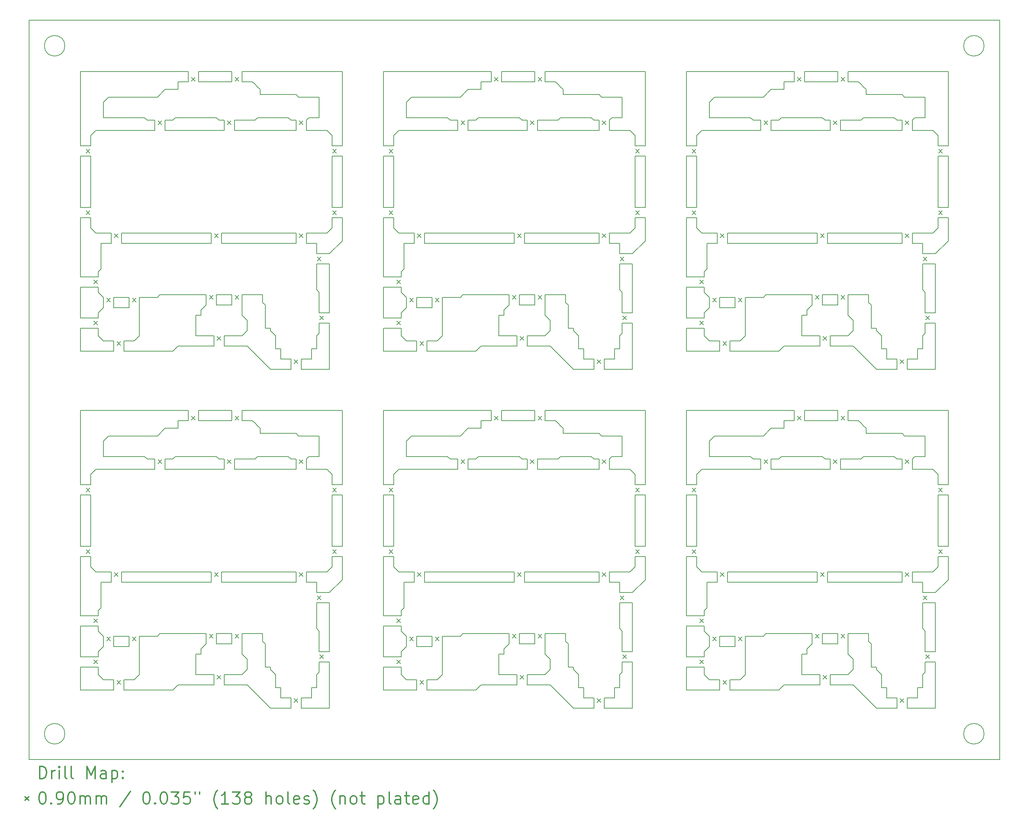
<source format=gbr>
%FSLAX45Y45*%
G04 Gerber Fmt 4.5, Leading zero omitted, Abs format (unit mm)*
G04 Created by KiCad (PCBNEW 4.0.7-e2-6376~58~ubuntu16.04.1) date Mon Dec 10 15:36:58 2018*
%MOMM*%
%LPD*%
G01*
G04 APERTURE LIST*
%ADD10C,0.127000*%
%ADD11C,0.150000*%
%ADD12C,0.200000*%
%ADD13C,0.300000*%
G04 APERTURE END LIST*
D10*
D11*
X24955500Y-18923000D02*
G75*
G03X24955500Y-18923000I-254000J0D01*
G01*
X24955500Y-1905000D02*
G75*
G03X24955500Y-1905000I-254000J0D01*
G01*
X2222500Y-18923000D02*
G75*
G03X2222500Y-18923000I-254000J0D01*
G01*
X2222500Y-1905000D02*
G75*
G03X2222500Y-1905000I-254000J0D01*
G01*
X1333500Y-19304000D02*
X1333500Y-1524000D01*
X1333500Y-19558000D02*
X1333500Y-19304000D01*
X1587500Y-19558000D02*
X1333500Y-19558000D01*
X25082500Y-19558000D02*
X1587500Y-19558000D01*
X25336500Y-19558000D02*
X25082500Y-19558000D01*
X25336500Y-19304000D02*
X25336500Y-19558000D01*
X25336500Y-1524000D02*
X25336500Y-19304000D01*
X25336500Y-1270000D02*
X25336500Y-1524000D01*
X25082500Y-1270000D02*
X25336500Y-1270000D01*
X1587500Y-1270000D02*
X25082500Y-1270000D01*
X1333500Y-1270000D02*
X1587500Y-1270000D01*
X1333500Y-1524000D02*
X1333500Y-1270000D01*
X7810500Y-10922000D02*
X9080500Y-10922000D01*
X3048000Y-17462500D02*
X3175000Y-17589500D01*
X3937000Y-17589500D02*
X4064000Y-17462500D01*
X4064000Y-17462500D02*
X4064000Y-16891000D01*
X4064000Y-16891000D02*
X4064000Y-16764000D01*
X6731000Y-17081500D02*
X6604000Y-16954500D01*
X6604000Y-16954500D02*
X6604000Y-16700500D01*
X5461000Y-16954500D02*
X5588000Y-16954500D01*
X5651500Y-17462500D02*
X5524500Y-17462500D01*
X5588000Y-16827500D02*
X5715000Y-16700500D01*
X5588000Y-16827500D02*
X5588000Y-16954500D01*
X2857500Y-14795500D02*
X2984500Y-14922500D01*
X2857500Y-14732000D02*
X2857500Y-14795500D01*
X2857500Y-14605000D02*
X2857500Y-14541500D01*
X3302000Y-11557000D02*
X4445000Y-11557000D01*
X7493000Y-11493500D02*
X7874000Y-11493500D01*
X7874000Y-11493500D02*
X7937500Y-11493500D01*
X7937500Y-11493500D02*
X8001000Y-11557000D01*
X8001000Y-11557000D02*
X8509000Y-11557000D01*
X8509000Y-11557000D02*
X8509000Y-12065000D01*
X6604000Y-17462500D02*
X6731000Y-17335500D01*
X6731000Y-17335500D02*
X6731000Y-17081500D01*
X3048000Y-16891000D02*
X3175000Y-16764000D01*
X2984500Y-12382500D02*
X3556000Y-12382500D01*
X5461000Y-16954500D02*
X5461000Y-17018000D01*
X5461000Y-17462500D02*
X5524500Y-17462500D01*
X6604000Y-17462500D02*
X6413500Y-17462500D01*
X3810000Y-12382500D02*
X3556000Y-12382500D01*
X6794500Y-12382500D02*
X6540500Y-12382500D01*
X3175000Y-11938000D02*
X3175000Y-12001500D01*
X3302000Y-11557000D02*
X3238500Y-11620500D01*
X3175000Y-11874500D02*
X3175000Y-11938000D01*
X2921000Y-12446000D02*
X2984500Y-12382500D01*
X2857500Y-12763500D02*
X2857500Y-12700000D01*
X5461000Y-17272000D02*
X5461000Y-17462500D01*
X5778500Y-17462500D02*
X5651500Y-17462500D01*
X2857500Y-13906500D02*
X2857500Y-13779500D01*
X3175000Y-16510000D02*
X3048000Y-16383000D01*
X4508500Y-16510000D02*
X4572000Y-16446500D01*
X3048000Y-16002000D02*
X3048000Y-15875000D01*
X3048000Y-15875000D02*
X3111500Y-15811500D01*
X3111500Y-15811500D02*
X3111500Y-15176500D01*
X8445500Y-16319500D02*
X8509000Y-16383000D01*
X8509000Y-17399000D02*
X8445500Y-17462500D01*
X8445500Y-17462500D02*
X8445500Y-17780000D01*
X8445500Y-17780000D02*
X8318500Y-17780000D01*
X8318500Y-17780000D02*
X8318500Y-18034000D01*
X7556500Y-18034000D02*
X7556500Y-17780000D01*
X7556500Y-17780000D02*
X7429500Y-17780000D01*
X7429500Y-17780000D02*
X7429500Y-17462500D01*
X7429500Y-17462500D02*
X7302500Y-17335500D01*
X7302500Y-17335500D02*
X7302500Y-17272000D01*
X7302500Y-17272000D02*
X7175500Y-17272000D01*
X7175500Y-17272000D02*
X7175500Y-16700500D01*
X7175500Y-16700500D02*
X7112000Y-16637000D01*
X7112000Y-16637000D02*
X7112000Y-16446500D01*
X3175000Y-11874500D02*
X3175000Y-11684000D01*
X3175000Y-11684000D02*
X3238500Y-11620500D01*
X2857500Y-12700000D02*
X2857500Y-12509500D01*
X2857500Y-12509500D02*
X2921000Y-12446000D01*
X5461000Y-17018000D02*
X5461000Y-17272000D01*
X3111500Y-15176500D02*
X3365500Y-15176500D01*
X3365500Y-15176500D02*
X3365500Y-14922500D01*
X3619500Y-14922500D02*
X3619500Y-15176500D01*
X3619500Y-15176500D02*
X5842000Y-15176500D01*
X5842000Y-15176500D02*
X5842000Y-14922500D01*
X6096000Y-14922500D02*
X6096000Y-15176500D01*
X6096000Y-15176500D02*
X7620000Y-15176500D01*
X8445500Y-15176500D02*
X8191500Y-15176500D01*
X8191500Y-15176500D02*
X8191500Y-14922500D01*
X7937500Y-14922500D02*
X7937500Y-15176500D01*
X7937500Y-15176500D02*
X7620000Y-15176500D01*
X3365500Y-14922500D02*
X2984500Y-14922500D01*
X3619500Y-14922500D02*
X5842000Y-14922500D01*
X6096000Y-14922500D02*
X7937500Y-14922500D01*
X8191500Y-14922500D02*
X8636000Y-14922500D01*
X5715000Y-16700500D02*
X5715000Y-16446500D01*
X5715000Y-16446500D02*
X4572000Y-16446500D01*
X5969000Y-16446500D02*
X5969000Y-16700500D01*
X5969000Y-16700500D02*
X6223000Y-16700500D01*
X6604000Y-16700500D02*
X6604000Y-16446500D01*
X6604000Y-16446500D02*
X7112000Y-16446500D01*
X6350000Y-16700500D02*
X6223000Y-16700500D01*
X6350000Y-16700500D02*
X6350000Y-16446500D01*
X6350000Y-16446500D02*
X5969000Y-16446500D01*
X6223000Y-17462500D02*
X6413500Y-17462500D01*
X3175000Y-16764000D02*
X3175000Y-16510000D01*
X3429000Y-16764000D02*
X3429000Y-16510000D01*
X4064000Y-16764000D02*
X4064000Y-16510000D01*
X4064000Y-16510000D02*
X4508500Y-16510000D01*
X3810000Y-16764000D02*
X3810000Y-16510000D01*
X3810000Y-16510000D02*
X3429000Y-16510000D01*
X3429000Y-16764000D02*
X3810000Y-16764000D01*
X2857500Y-14097000D02*
X2857500Y-13906500D01*
X2857500Y-14732000D02*
X2857500Y-14605000D01*
X6921500Y-11239500D02*
X6985000Y-11303000D01*
X6985000Y-11303000D02*
X7048500Y-11366500D01*
X7048500Y-11366500D02*
X7048500Y-11493500D01*
X7048500Y-11493500D02*
X7493000Y-11493500D01*
X6921500Y-11239500D02*
X6858000Y-11176000D01*
X5143500Y-11176000D02*
X5080000Y-11176000D01*
X5016500Y-11239500D02*
X5016500Y-11366500D01*
X5016500Y-11366500D02*
X4699000Y-11366500D01*
X4699000Y-11366500D02*
X4508500Y-11557000D01*
X4508500Y-11557000D02*
X4445000Y-11557000D01*
X5080000Y-11176000D02*
X5016500Y-11176000D01*
X5016500Y-11176000D02*
X5016500Y-11239500D01*
X3175000Y-12065000D02*
X3175000Y-12001500D01*
X3175000Y-12065000D02*
X4191000Y-12065000D01*
X4191000Y-12065000D02*
X4254500Y-12128500D01*
X4889500Y-12128500D02*
X4953000Y-12065000D01*
X4953000Y-12065000D02*
X5842000Y-12065000D01*
X8191500Y-12128500D02*
X8255000Y-12065000D01*
X8255000Y-12065000D02*
X8509000Y-12065000D01*
X7937500Y-12128500D02*
X7937500Y-12382500D01*
X7937500Y-12128500D02*
X7810500Y-12128500D01*
X7810500Y-12128500D02*
X7747000Y-12065000D01*
X7747000Y-12065000D02*
X6985000Y-12065000D01*
X6985000Y-12065000D02*
X6921500Y-12128500D01*
X6858000Y-12128500D02*
X6921500Y-12128500D01*
X6667500Y-12128500D02*
X6858000Y-12128500D01*
X6032500Y-12128500D02*
X5969000Y-12065000D01*
X5969000Y-12065000D02*
X5842000Y-12065000D01*
X6159500Y-12128500D02*
X6159500Y-12382500D01*
X6096000Y-12382500D02*
X5524500Y-12382500D01*
X6413500Y-12128500D02*
X6413500Y-12382500D01*
X4254500Y-12128500D02*
X4445000Y-12128500D01*
X4127500Y-12382500D02*
X3810000Y-12382500D01*
X4699000Y-12128500D02*
X4889500Y-12128500D01*
X4445000Y-12128500D02*
X4445000Y-12382500D01*
X8636000Y-14922500D02*
X8699500Y-14922500D01*
X8699500Y-14922500D02*
X8826500Y-14795500D01*
X8826500Y-12509500D02*
X8699500Y-12382500D01*
X8699500Y-12382500D02*
X8636000Y-12382500D01*
X4699000Y-12128500D02*
X4699000Y-12382500D01*
X4699000Y-12382500D02*
X5524500Y-12382500D01*
X4445000Y-12382500D02*
X4127500Y-12382500D01*
X6096000Y-12382500D02*
X6159500Y-12382500D01*
X6032500Y-12128500D02*
X6159500Y-12128500D01*
X6413500Y-12128500D02*
X6667500Y-12128500D01*
X6413500Y-12382500D02*
X7874000Y-12382500D01*
X8191500Y-12128500D02*
X8191500Y-12382500D01*
X7874000Y-12382500D02*
X7937500Y-12382500D01*
X8191500Y-12382500D02*
X8636000Y-12382500D01*
X9080500Y-12509500D02*
X9080500Y-10922000D01*
X9080500Y-12509500D02*
X9080500Y-12763500D01*
X9080500Y-12763500D02*
X8826500Y-12763500D01*
X8826500Y-13017500D02*
X9080500Y-13017500D01*
X9080500Y-13017500D02*
X9080500Y-13906500D01*
X9080500Y-14541500D02*
X8826500Y-14541500D01*
X9080500Y-14541500D02*
X9080500Y-15113000D01*
X8826500Y-14287500D02*
X9080500Y-14287500D01*
X9080500Y-14287500D02*
X9080500Y-13906500D01*
X5270500Y-11176000D02*
X5270500Y-10922000D01*
X5524500Y-11176000D02*
X5524500Y-10922000D01*
X6604000Y-11176000D02*
X6604000Y-10922000D01*
X6350000Y-10922000D02*
X6350000Y-11176000D01*
X2857500Y-12763500D02*
X2603500Y-12763500D01*
X2603500Y-13017500D02*
X2857500Y-13017500D01*
X2857500Y-14541500D02*
X2603500Y-14541500D01*
X2603500Y-14287500D02*
X2857500Y-14287500D01*
X2603500Y-12763500D02*
X2603500Y-10922000D01*
X2603500Y-13017500D02*
X2603500Y-14287500D01*
X3048000Y-16256000D02*
X2794000Y-16256000D01*
X2794000Y-16256000D02*
X2603500Y-16256000D01*
X2603500Y-16256000D02*
X2603500Y-16891000D01*
X3048000Y-17018000D02*
X2667000Y-17018000D01*
X2667000Y-17018000D02*
X2603500Y-17018000D01*
X2603500Y-17018000D02*
X2603500Y-16891000D01*
X3048000Y-17272000D02*
X2603500Y-17272000D01*
X2603500Y-17272000D02*
X2603500Y-17653000D01*
X3048000Y-17018000D02*
X3048000Y-16891000D01*
X3048000Y-17272000D02*
X3048000Y-17462500D01*
X3048000Y-16002000D02*
X2603500Y-16002000D01*
X2603500Y-16002000D02*
X2603500Y-14541500D01*
X3048000Y-16383000D02*
X3048000Y-16256000D01*
X2857500Y-14287500D02*
X2857500Y-14097000D01*
X2857500Y-13017500D02*
X2857500Y-13779500D01*
X5143500Y-11176000D02*
X5270500Y-11176000D01*
X5524500Y-11176000D02*
X6350000Y-11176000D01*
X6604000Y-11176000D02*
X6858000Y-11176000D01*
X5524500Y-10922000D02*
X6350000Y-10922000D01*
X2603500Y-10922000D02*
X5270500Y-10922000D01*
X6604000Y-10922000D02*
X8699500Y-10922000D01*
X9080500Y-10922000D02*
X8699500Y-10922000D01*
X8826500Y-12763500D02*
X8826500Y-12509500D01*
X8826500Y-14287500D02*
X8826500Y-13017500D01*
X8826500Y-14795500D02*
X8826500Y-14541500D01*
X7810500Y-18034000D02*
X7810500Y-18288000D01*
X8064500Y-18288000D02*
X8064500Y-18034000D01*
X7810500Y-18034000D02*
X7556500Y-18034000D01*
X8064500Y-18034000D02*
X8318500Y-18034000D01*
X5905500Y-17462500D02*
X5905500Y-17653000D01*
X6159500Y-17462500D02*
X6159500Y-17653000D01*
X6159500Y-17653000D02*
X6159500Y-17716500D01*
X5905500Y-17716500D02*
X5905500Y-17653000D01*
X3429000Y-17589500D02*
X3429000Y-17843500D01*
X3683000Y-17589500D02*
X3683000Y-17843500D01*
X3175000Y-17589500D02*
X3429000Y-17589500D01*
X3683000Y-17589500D02*
X3937000Y-17589500D01*
X7302500Y-18288000D02*
X6731000Y-17716500D01*
X6731000Y-17716500D02*
X6159500Y-17716500D01*
X7302500Y-18288000D02*
X7810500Y-18288000D01*
X3683000Y-17843500D02*
X4889500Y-17843500D01*
X5905500Y-17716500D02*
X5016500Y-17716500D01*
X5016500Y-17716500D02*
X4889500Y-17843500D01*
X3429000Y-17843500D02*
X2603500Y-17843500D01*
X2603500Y-17843500D02*
X2603500Y-17653000D01*
X6223000Y-17462500D02*
X6159500Y-17462500D01*
X5905500Y-17462500D02*
X5778500Y-17462500D01*
X8509000Y-17145000D02*
X8763000Y-17145000D01*
X8763000Y-16891000D02*
X8509000Y-16891000D01*
X8509000Y-16891000D02*
X8509000Y-16383000D01*
X8509000Y-17145000D02*
X8509000Y-17399000D01*
X8064500Y-18288000D02*
X8763000Y-18288000D01*
X8763000Y-18288000D02*
X8763000Y-17145000D01*
X8445500Y-15430500D02*
X8763000Y-15430500D01*
X8763000Y-15430500D02*
X9080500Y-15113000D01*
X8445500Y-15684500D02*
X8763000Y-15684500D01*
X8445500Y-15684500D02*
X8445500Y-16319500D01*
X8445500Y-15430500D02*
X8445500Y-15176500D01*
X8763000Y-15684500D02*
X8763000Y-16891000D01*
X10096500Y-10922000D02*
X10096500Y-11176000D01*
X16256000Y-15684500D02*
X16256000Y-16891000D01*
X15938500Y-15430500D02*
X15938500Y-15176500D01*
X15938500Y-15684500D02*
X15938500Y-16319500D01*
X15938500Y-15684500D02*
X16256000Y-15684500D01*
X16256000Y-15430500D02*
X16573500Y-15113000D01*
X15938500Y-15430500D02*
X16256000Y-15430500D01*
X16256000Y-18288000D02*
X16256000Y-17145000D01*
X15557500Y-18288000D02*
X16256000Y-18288000D01*
X16002000Y-17145000D02*
X16002000Y-17399000D01*
X16002000Y-16891000D02*
X16002000Y-16383000D01*
X16256000Y-16891000D02*
X16002000Y-16891000D01*
X16002000Y-17145000D02*
X16256000Y-17145000D01*
X13398500Y-17462500D02*
X13271500Y-17462500D01*
X13716000Y-17462500D02*
X13652500Y-17462500D01*
X10096500Y-17843500D02*
X10096500Y-17653000D01*
X10922000Y-17843500D02*
X10096500Y-17843500D01*
X12509500Y-17716500D02*
X12382500Y-17843500D01*
X13398500Y-17716500D02*
X12509500Y-17716500D01*
X11176000Y-17843500D02*
X12382500Y-17843500D01*
X14795500Y-18288000D02*
X15303500Y-18288000D01*
X14224000Y-17716500D02*
X13652500Y-17716500D01*
X14795500Y-18288000D02*
X14224000Y-17716500D01*
X11176000Y-17589500D02*
X11430000Y-17589500D01*
X10668000Y-17589500D02*
X10922000Y-17589500D01*
X11176000Y-17589500D02*
X11176000Y-17843500D01*
X10922000Y-17589500D02*
X10922000Y-17843500D01*
X13398500Y-17716500D02*
X13398500Y-17653000D01*
X13652500Y-17653000D02*
X13652500Y-17716500D01*
X13652500Y-17462500D02*
X13652500Y-17653000D01*
X13398500Y-17462500D02*
X13398500Y-17653000D01*
X15557500Y-18034000D02*
X15811500Y-18034000D01*
X15303500Y-18034000D02*
X15049500Y-18034000D01*
X15557500Y-18288000D02*
X15557500Y-18034000D01*
X15303500Y-18034000D02*
X15303500Y-18288000D01*
X16319500Y-14795500D02*
X16319500Y-14541500D01*
X16319500Y-14287500D02*
X16319500Y-13017500D01*
X16319500Y-12763500D02*
X16319500Y-12509500D01*
X16573500Y-10922000D02*
X16192500Y-10922000D01*
X14097000Y-10922000D02*
X16192500Y-10922000D01*
X10096500Y-10922000D02*
X12763500Y-10922000D01*
X13017500Y-10922000D02*
X13843000Y-10922000D01*
X14097000Y-11176000D02*
X14351000Y-11176000D01*
X13017500Y-11176000D02*
X13843000Y-11176000D01*
X12636500Y-11176000D02*
X12763500Y-11176000D01*
X10350500Y-13017500D02*
X10350500Y-13779500D01*
X10350500Y-14287500D02*
X10350500Y-14097000D01*
X10541000Y-16383000D02*
X10541000Y-16256000D01*
X10096500Y-16002000D02*
X10096500Y-14541500D01*
X10541000Y-16002000D02*
X10096500Y-16002000D01*
X10541000Y-17272000D02*
X10541000Y-17462500D01*
X10541000Y-17018000D02*
X10541000Y-16891000D01*
X10096500Y-17272000D02*
X10096500Y-17653000D01*
X10541000Y-17272000D02*
X10096500Y-17272000D01*
X10096500Y-17018000D02*
X10096500Y-16891000D01*
X10160000Y-17018000D02*
X10096500Y-17018000D01*
X10541000Y-17018000D02*
X10160000Y-17018000D01*
X10096500Y-16256000D02*
X10096500Y-16891000D01*
X10287000Y-16256000D02*
X10096500Y-16256000D01*
X10541000Y-16256000D02*
X10287000Y-16256000D01*
X10096500Y-13017500D02*
X10096500Y-14287500D01*
X10096500Y-12763500D02*
X10096500Y-10922000D01*
X10096500Y-14287500D02*
X10350500Y-14287500D01*
X10350500Y-14541500D02*
X10096500Y-14541500D01*
X10096500Y-13017500D02*
X10350500Y-13017500D01*
X10350500Y-12763500D02*
X10096500Y-12763500D01*
X13843000Y-10922000D02*
X13843000Y-11176000D01*
X14097000Y-11176000D02*
X14097000Y-10922000D01*
X13017500Y-11176000D02*
X13017500Y-10922000D01*
X12763500Y-11176000D02*
X12763500Y-10922000D01*
X16573500Y-14287500D02*
X16573500Y-13906500D01*
X16319500Y-14287500D02*
X16573500Y-14287500D01*
X16573500Y-14541500D02*
X16573500Y-15113000D01*
X16573500Y-14541500D02*
X16319500Y-14541500D01*
X16573500Y-13017500D02*
X16573500Y-13906500D01*
X16319500Y-13017500D02*
X16573500Y-13017500D01*
X16573500Y-12763500D02*
X16319500Y-12763500D01*
X16573500Y-12509500D02*
X16573500Y-12763500D01*
X16573500Y-12509500D02*
X16573500Y-10922000D01*
X15684500Y-12382500D02*
X16129000Y-12382500D01*
X15367000Y-12382500D02*
X15430500Y-12382500D01*
X15684500Y-12128500D02*
X15684500Y-12382500D01*
X13906500Y-12382500D02*
X15367000Y-12382500D01*
X13906500Y-12128500D02*
X14160500Y-12128500D01*
X13525500Y-12128500D02*
X13652500Y-12128500D01*
X13589000Y-12382500D02*
X13652500Y-12382500D01*
X11938000Y-12382500D02*
X11620500Y-12382500D01*
X12192000Y-12382500D02*
X13017500Y-12382500D01*
X12192000Y-12128500D02*
X12192000Y-12382500D01*
X16192500Y-12382500D02*
X16129000Y-12382500D01*
X16319500Y-12509500D02*
X16192500Y-12382500D01*
X16192500Y-14922500D02*
X16319500Y-14795500D01*
X16129000Y-14922500D02*
X16192500Y-14922500D01*
X11938000Y-12128500D02*
X11938000Y-12382500D01*
X12192000Y-12128500D02*
X12382500Y-12128500D01*
X11620500Y-12382500D02*
X11303000Y-12382500D01*
X11747500Y-12128500D02*
X11938000Y-12128500D01*
X13906500Y-12128500D02*
X13906500Y-12382500D01*
X13589000Y-12382500D02*
X13017500Y-12382500D01*
X13652500Y-12128500D02*
X13652500Y-12382500D01*
X13462000Y-12065000D02*
X13335000Y-12065000D01*
X13525500Y-12128500D02*
X13462000Y-12065000D01*
X14160500Y-12128500D02*
X14351000Y-12128500D01*
X14351000Y-12128500D02*
X14414500Y-12128500D01*
X14478000Y-12065000D02*
X14414500Y-12128500D01*
X15240000Y-12065000D02*
X14478000Y-12065000D01*
X15303500Y-12128500D02*
X15240000Y-12065000D01*
X15430500Y-12128500D02*
X15303500Y-12128500D01*
X15430500Y-12128500D02*
X15430500Y-12382500D01*
X15748000Y-12065000D02*
X16002000Y-12065000D01*
X15684500Y-12128500D02*
X15748000Y-12065000D01*
X12446000Y-12065000D02*
X13335000Y-12065000D01*
X12382500Y-12128500D02*
X12446000Y-12065000D01*
X11684000Y-12065000D02*
X11747500Y-12128500D01*
X10668000Y-12065000D02*
X11684000Y-12065000D01*
X10668000Y-12065000D02*
X10668000Y-12001500D01*
X12509500Y-11176000D02*
X12509500Y-11239500D01*
X12573000Y-11176000D02*
X12509500Y-11176000D01*
X12001500Y-11557000D02*
X11938000Y-11557000D01*
X12192000Y-11366500D02*
X12001500Y-11557000D01*
X12509500Y-11366500D02*
X12192000Y-11366500D01*
X12509500Y-11239500D02*
X12509500Y-11366500D01*
X12636500Y-11176000D02*
X12573000Y-11176000D01*
X14414500Y-11239500D02*
X14351000Y-11176000D01*
X14541500Y-11493500D02*
X14986000Y-11493500D01*
X14541500Y-11366500D02*
X14541500Y-11493500D01*
X14478000Y-11303000D02*
X14541500Y-11366500D01*
X14414500Y-11239500D02*
X14478000Y-11303000D01*
X10350500Y-14732000D02*
X10350500Y-14605000D01*
X10350500Y-14097000D02*
X10350500Y-13906500D01*
X10922000Y-16764000D02*
X11303000Y-16764000D01*
X11303000Y-16510000D02*
X10922000Y-16510000D01*
X11303000Y-16764000D02*
X11303000Y-16510000D01*
X11557000Y-16510000D02*
X12001500Y-16510000D01*
X11557000Y-16764000D02*
X11557000Y-16510000D01*
X10922000Y-16764000D02*
X10922000Y-16510000D01*
X10668000Y-16764000D02*
X10668000Y-16510000D01*
X13716000Y-17462500D02*
X13906500Y-17462500D01*
X13843000Y-16446500D02*
X13462000Y-16446500D01*
X13843000Y-16700500D02*
X13843000Y-16446500D01*
X13843000Y-16700500D02*
X13716000Y-16700500D01*
X14097000Y-16446500D02*
X14605000Y-16446500D01*
X14097000Y-16700500D02*
X14097000Y-16446500D01*
X13462000Y-16700500D02*
X13716000Y-16700500D01*
X13462000Y-16446500D02*
X13462000Y-16700500D01*
X13208000Y-16446500D02*
X12065000Y-16446500D01*
X13208000Y-16700500D02*
X13208000Y-16446500D01*
X15684500Y-14922500D02*
X16129000Y-14922500D01*
X13589000Y-14922500D02*
X15430500Y-14922500D01*
X11112500Y-14922500D02*
X13335000Y-14922500D01*
X10858500Y-14922500D02*
X10477500Y-14922500D01*
X15430500Y-15176500D02*
X15113000Y-15176500D01*
X15430500Y-14922500D02*
X15430500Y-15176500D01*
X15684500Y-15176500D02*
X15684500Y-14922500D01*
X15938500Y-15176500D02*
X15684500Y-15176500D01*
X13589000Y-15176500D02*
X15113000Y-15176500D01*
X13589000Y-14922500D02*
X13589000Y-15176500D01*
X13335000Y-15176500D02*
X13335000Y-14922500D01*
X11112500Y-15176500D02*
X13335000Y-15176500D01*
X11112500Y-14922500D02*
X11112500Y-15176500D01*
X10858500Y-15176500D02*
X10858500Y-14922500D01*
X10604500Y-15176500D02*
X10858500Y-15176500D01*
X12954000Y-17018000D02*
X12954000Y-17272000D01*
X10350500Y-12509500D02*
X10414000Y-12446000D01*
X10350500Y-12700000D02*
X10350500Y-12509500D01*
X10668000Y-11684000D02*
X10731500Y-11620500D01*
X10668000Y-11874500D02*
X10668000Y-11684000D01*
X14605000Y-16637000D02*
X14605000Y-16446500D01*
X14668500Y-16700500D02*
X14605000Y-16637000D01*
X14668500Y-17272000D02*
X14668500Y-16700500D01*
X14795500Y-17272000D02*
X14668500Y-17272000D01*
X14795500Y-17335500D02*
X14795500Y-17272000D01*
X14922500Y-17462500D02*
X14795500Y-17335500D01*
X14922500Y-17780000D02*
X14922500Y-17462500D01*
X15049500Y-17780000D02*
X14922500Y-17780000D01*
X15049500Y-18034000D02*
X15049500Y-17780000D01*
X15811500Y-17780000D02*
X15811500Y-18034000D01*
X15938500Y-17780000D02*
X15811500Y-17780000D01*
X15938500Y-17462500D02*
X15938500Y-17780000D01*
X16002000Y-17399000D02*
X15938500Y-17462500D01*
X15938500Y-16319500D02*
X16002000Y-16383000D01*
X10604500Y-15811500D02*
X10604500Y-15176500D01*
X10541000Y-15875000D02*
X10604500Y-15811500D01*
X10541000Y-16002000D02*
X10541000Y-15875000D01*
X12001500Y-16510000D02*
X12065000Y-16446500D01*
X10668000Y-16510000D02*
X10541000Y-16383000D01*
X10350500Y-13906500D02*
X10350500Y-13779500D01*
X13271500Y-17462500D02*
X13144500Y-17462500D01*
X12954000Y-17272000D02*
X12954000Y-17462500D01*
X10350500Y-12763500D02*
X10350500Y-12700000D01*
X10414000Y-12446000D02*
X10477500Y-12382500D01*
X10668000Y-11874500D02*
X10668000Y-11938000D01*
X10795000Y-11557000D02*
X10731500Y-11620500D01*
X10668000Y-11938000D02*
X10668000Y-12001500D01*
X14287500Y-12382500D02*
X14033500Y-12382500D01*
X11303000Y-12382500D02*
X11049000Y-12382500D01*
X14097000Y-17462500D02*
X13906500Y-17462500D01*
X12954000Y-17462500D02*
X13017500Y-17462500D01*
X12954000Y-16954500D02*
X12954000Y-17018000D01*
X10477500Y-12382500D02*
X11049000Y-12382500D01*
X10541000Y-16891000D02*
X10668000Y-16764000D01*
X14224000Y-17335500D02*
X14224000Y-17081500D01*
X14097000Y-17462500D02*
X14224000Y-17335500D01*
X16002000Y-11557000D02*
X16002000Y-12065000D01*
X15494000Y-11557000D02*
X16002000Y-11557000D01*
X15430500Y-11493500D02*
X15494000Y-11557000D01*
X15367000Y-11493500D02*
X15430500Y-11493500D01*
X14986000Y-11493500D02*
X15367000Y-11493500D01*
X10795000Y-11557000D02*
X11938000Y-11557000D01*
X10350500Y-14605000D02*
X10350500Y-14541500D01*
X10350500Y-14732000D02*
X10350500Y-14795500D01*
X10350500Y-14795500D02*
X10477500Y-14922500D01*
X13081000Y-16827500D02*
X13081000Y-16954500D01*
X13081000Y-16827500D02*
X13208000Y-16700500D01*
X13144500Y-17462500D02*
X13017500Y-17462500D01*
X12954000Y-16954500D02*
X13081000Y-16954500D01*
X14097000Y-16954500D02*
X14097000Y-16700500D01*
X14224000Y-17081500D02*
X14097000Y-16954500D01*
X11557000Y-16891000D02*
X11557000Y-16764000D01*
X11557000Y-17462500D02*
X11557000Y-16891000D01*
X11430000Y-17589500D02*
X11557000Y-17462500D01*
X10541000Y-17462500D02*
X10668000Y-17589500D01*
X23749000Y-15684500D02*
X23749000Y-16891000D01*
X23431500Y-15430500D02*
X23431500Y-15176500D01*
X23431500Y-15684500D02*
X23431500Y-16319500D01*
X23431500Y-15684500D02*
X23749000Y-15684500D01*
X23749000Y-15430500D02*
X24066500Y-15113000D01*
X23431500Y-15430500D02*
X23749000Y-15430500D01*
X23749000Y-18288000D02*
X23749000Y-17145000D01*
X23050500Y-18288000D02*
X23749000Y-18288000D01*
X23495000Y-17145000D02*
X23495000Y-17399000D01*
X23495000Y-16891000D02*
X23495000Y-16383000D01*
X23749000Y-16891000D02*
X23495000Y-16891000D01*
X23495000Y-17145000D02*
X23749000Y-17145000D01*
X20891500Y-17462500D02*
X20764500Y-17462500D01*
X21209000Y-17462500D02*
X21145500Y-17462500D01*
X17589500Y-17843500D02*
X17589500Y-17653000D01*
X18415000Y-17843500D02*
X17589500Y-17843500D01*
X20002500Y-17716500D02*
X19875500Y-17843500D01*
X20891500Y-17716500D02*
X20002500Y-17716500D01*
X18669000Y-17843500D02*
X19875500Y-17843500D01*
X22288500Y-18288000D02*
X22796500Y-18288000D01*
X21717000Y-17716500D02*
X21145500Y-17716500D01*
X22288500Y-18288000D02*
X21717000Y-17716500D01*
X18669000Y-17589500D02*
X18923000Y-17589500D01*
X18161000Y-17589500D02*
X18415000Y-17589500D01*
X18669000Y-17589500D02*
X18669000Y-17843500D01*
X18415000Y-17589500D02*
X18415000Y-17843500D01*
X20891500Y-17716500D02*
X20891500Y-17653000D01*
X21145500Y-17653000D02*
X21145500Y-17716500D01*
X21145500Y-17462500D02*
X21145500Y-17653000D01*
X20891500Y-17462500D02*
X20891500Y-17653000D01*
X23050500Y-18034000D02*
X23304500Y-18034000D01*
X22796500Y-18034000D02*
X22542500Y-18034000D01*
X23050500Y-18288000D02*
X23050500Y-18034000D01*
X22796500Y-18034000D02*
X22796500Y-18288000D01*
X23812500Y-14795500D02*
X23812500Y-14541500D01*
X23812500Y-14287500D02*
X23812500Y-13017500D01*
X23812500Y-12763500D02*
X23812500Y-12509500D01*
X24066500Y-10922000D02*
X23685500Y-10922000D01*
X21590000Y-10922000D02*
X23685500Y-10922000D01*
X17589500Y-10922000D02*
X20256500Y-10922000D01*
X20510500Y-10922000D02*
X21336000Y-10922000D01*
X21590000Y-11176000D02*
X21844000Y-11176000D01*
X20510500Y-11176000D02*
X21336000Y-11176000D01*
X20129500Y-11176000D02*
X20256500Y-11176000D01*
X17843500Y-13017500D02*
X17843500Y-13779500D01*
X17843500Y-14287500D02*
X17843500Y-14097000D01*
X18034000Y-16383000D02*
X18034000Y-16256000D01*
X17589500Y-16002000D02*
X17589500Y-14541500D01*
X18034000Y-16002000D02*
X17589500Y-16002000D01*
X18034000Y-17272000D02*
X18034000Y-17462500D01*
X18034000Y-17018000D02*
X18034000Y-16891000D01*
X17589500Y-17272000D02*
X17589500Y-17653000D01*
X18034000Y-17272000D02*
X17589500Y-17272000D01*
X17589500Y-17018000D02*
X17589500Y-16891000D01*
X17653000Y-17018000D02*
X17589500Y-17018000D01*
X18034000Y-17018000D02*
X17653000Y-17018000D01*
X17589500Y-16256000D02*
X17589500Y-16891000D01*
X17780000Y-16256000D02*
X17589500Y-16256000D01*
X18034000Y-16256000D02*
X17780000Y-16256000D01*
X17589500Y-13017500D02*
X17589500Y-14287500D01*
X17589500Y-12763500D02*
X17589500Y-10922000D01*
X17589500Y-14287500D02*
X17843500Y-14287500D01*
X17843500Y-14541500D02*
X17589500Y-14541500D01*
X17589500Y-13017500D02*
X17843500Y-13017500D01*
X17843500Y-12763500D02*
X17589500Y-12763500D01*
X21336000Y-10922000D02*
X21336000Y-11176000D01*
X21590000Y-11176000D02*
X21590000Y-10922000D01*
X20510500Y-11176000D02*
X20510500Y-10922000D01*
X20256500Y-11176000D02*
X20256500Y-10922000D01*
X24066500Y-14287500D02*
X24066500Y-13906500D01*
X23812500Y-14287500D02*
X24066500Y-14287500D01*
X24066500Y-14541500D02*
X24066500Y-15113000D01*
X24066500Y-14541500D02*
X23812500Y-14541500D01*
X24066500Y-13017500D02*
X24066500Y-13906500D01*
X23812500Y-13017500D02*
X24066500Y-13017500D01*
X24066500Y-12763500D02*
X23812500Y-12763500D01*
X24066500Y-12509500D02*
X24066500Y-12763500D01*
X24066500Y-12509500D02*
X24066500Y-10922000D01*
X23177500Y-12382500D02*
X23622000Y-12382500D01*
X22860000Y-12382500D02*
X22923500Y-12382500D01*
X23177500Y-12128500D02*
X23177500Y-12382500D01*
X21399500Y-12382500D02*
X22860000Y-12382500D01*
X21399500Y-12128500D02*
X21653500Y-12128500D01*
X21018500Y-12128500D02*
X21145500Y-12128500D01*
X21082000Y-12382500D02*
X21145500Y-12382500D01*
X19431000Y-12382500D02*
X19113500Y-12382500D01*
X19685000Y-12382500D02*
X20510500Y-12382500D01*
X19685000Y-12128500D02*
X19685000Y-12382500D01*
X23685500Y-12382500D02*
X23622000Y-12382500D01*
X23812500Y-12509500D02*
X23685500Y-12382500D01*
X23685500Y-14922500D02*
X23812500Y-14795500D01*
X23622000Y-14922500D02*
X23685500Y-14922500D01*
X19431000Y-12128500D02*
X19431000Y-12382500D01*
X19685000Y-12128500D02*
X19875500Y-12128500D01*
X19113500Y-12382500D02*
X18796000Y-12382500D01*
X19240500Y-12128500D02*
X19431000Y-12128500D01*
X21399500Y-12128500D02*
X21399500Y-12382500D01*
X21082000Y-12382500D02*
X20510500Y-12382500D01*
X21145500Y-12128500D02*
X21145500Y-12382500D01*
X20955000Y-12065000D02*
X20828000Y-12065000D01*
X21018500Y-12128500D02*
X20955000Y-12065000D01*
X21653500Y-12128500D02*
X21844000Y-12128500D01*
X21844000Y-12128500D02*
X21907500Y-12128500D01*
X21971000Y-12065000D02*
X21907500Y-12128500D01*
X22733000Y-12065000D02*
X21971000Y-12065000D01*
X22796500Y-12128500D02*
X22733000Y-12065000D01*
X22923500Y-12128500D02*
X22796500Y-12128500D01*
X22923500Y-12128500D02*
X22923500Y-12382500D01*
X23241000Y-12065000D02*
X23495000Y-12065000D01*
X23177500Y-12128500D02*
X23241000Y-12065000D01*
X19939000Y-12065000D02*
X20828000Y-12065000D01*
X19875500Y-12128500D02*
X19939000Y-12065000D01*
X19177000Y-12065000D02*
X19240500Y-12128500D01*
X18161000Y-12065000D02*
X19177000Y-12065000D01*
X18161000Y-12065000D02*
X18161000Y-12001500D01*
X20002500Y-11176000D02*
X20002500Y-11239500D01*
X20066000Y-11176000D02*
X20002500Y-11176000D01*
X19494500Y-11557000D02*
X19431000Y-11557000D01*
X19685000Y-11366500D02*
X19494500Y-11557000D01*
X20002500Y-11366500D02*
X19685000Y-11366500D01*
X20002500Y-11239500D02*
X20002500Y-11366500D01*
X20129500Y-11176000D02*
X20066000Y-11176000D01*
X21907500Y-11239500D02*
X21844000Y-11176000D01*
X22034500Y-11493500D02*
X22479000Y-11493500D01*
X22034500Y-11366500D02*
X22034500Y-11493500D01*
X21971000Y-11303000D02*
X22034500Y-11366500D01*
X21907500Y-11239500D02*
X21971000Y-11303000D01*
X17843500Y-14732000D02*
X17843500Y-14605000D01*
X17843500Y-14097000D02*
X17843500Y-13906500D01*
X18415000Y-16764000D02*
X18796000Y-16764000D01*
X18796000Y-16510000D02*
X18415000Y-16510000D01*
X18796000Y-16764000D02*
X18796000Y-16510000D01*
X19050000Y-16510000D02*
X19494500Y-16510000D01*
X19050000Y-16764000D02*
X19050000Y-16510000D01*
X18415000Y-16764000D02*
X18415000Y-16510000D01*
X18161000Y-16764000D02*
X18161000Y-16510000D01*
X21209000Y-17462500D02*
X21399500Y-17462500D01*
X21336000Y-16446500D02*
X20955000Y-16446500D01*
X21336000Y-16700500D02*
X21336000Y-16446500D01*
X21336000Y-16700500D02*
X21209000Y-16700500D01*
X21590000Y-16446500D02*
X22098000Y-16446500D01*
X21590000Y-16700500D02*
X21590000Y-16446500D01*
X20955000Y-16700500D02*
X21209000Y-16700500D01*
X20955000Y-16446500D02*
X20955000Y-16700500D01*
X20701000Y-16446500D02*
X19558000Y-16446500D01*
X20701000Y-16700500D02*
X20701000Y-16446500D01*
X23177500Y-14922500D02*
X23622000Y-14922500D01*
X21082000Y-14922500D02*
X22923500Y-14922500D01*
X18605500Y-14922500D02*
X20828000Y-14922500D01*
X18351500Y-14922500D02*
X17970500Y-14922500D01*
X22923500Y-15176500D02*
X22606000Y-15176500D01*
X22923500Y-14922500D02*
X22923500Y-15176500D01*
X23177500Y-15176500D02*
X23177500Y-14922500D01*
X23431500Y-15176500D02*
X23177500Y-15176500D01*
X21082000Y-15176500D02*
X22606000Y-15176500D01*
X21082000Y-14922500D02*
X21082000Y-15176500D01*
X20828000Y-15176500D02*
X20828000Y-14922500D01*
X18605500Y-15176500D02*
X20828000Y-15176500D01*
X18605500Y-14922500D02*
X18605500Y-15176500D01*
X18351500Y-15176500D02*
X18351500Y-14922500D01*
X18097500Y-15176500D02*
X18351500Y-15176500D01*
X20447000Y-17018000D02*
X20447000Y-17272000D01*
X17843500Y-12509500D02*
X17907000Y-12446000D01*
X17843500Y-12700000D02*
X17843500Y-12509500D01*
X18161000Y-11684000D02*
X18224500Y-11620500D01*
X18161000Y-11874500D02*
X18161000Y-11684000D01*
X22098000Y-16637000D02*
X22098000Y-16446500D01*
X22161500Y-16700500D02*
X22098000Y-16637000D01*
X22161500Y-17272000D02*
X22161500Y-16700500D01*
X22288500Y-17272000D02*
X22161500Y-17272000D01*
X22288500Y-17335500D02*
X22288500Y-17272000D01*
X22415500Y-17462500D02*
X22288500Y-17335500D01*
X22415500Y-17780000D02*
X22415500Y-17462500D01*
X22542500Y-17780000D02*
X22415500Y-17780000D01*
X22542500Y-18034000D02*
X22542500Y-17780000D01*
X23304500Y-17780000D02*
X23304500Y-18034000D01*
X23431500Y-17780000D02*
X23304500Y-17780000D01*
X23431500Y-17462500D02*
X23431500Y-17780000D01*
X23495000Y-17399000D02*
X23431500Y-17462500D01*
X23431500Y-16319500D02*
X23495000Y-16383000D01*
X18097500Y-15811500D02*
X18097500Y-15176500D01*
X18034000Y-15875000D02*
X18097500Y-15811500D01*
X18034000Y-16002000D02*
X18034000Y-15875000D01*
X19494500Y-16510000D02*
X19558000Y-16446500D01*
X18161000Y-16510000D02*
X18034000Y-16383000D01*
X17843500Y-13906500D02*
X17843500Y-13779500D01*
X20764500Y-17462500D02*
X20637500Y-17462500D01*
X20447000Y-17272000D02*
X20447000Y-17462500D01*
X17843500Y-12763500D02*
X17843500Y-12700000D01*
X17907000Y-12446000D02*
X17970500Y-12382500D01*
X18161000Y-11874500D02*
X18161000Y-11938000D01*
X18288000Y-11557000D02*
X18224500Y-11620500D01*
X18161000Y-11938000D02*
X18161000Y-12001500D01*
X21780500Y-12382500D02*
X21526500Y-12382500D01*
X18796000Y-12382500D02*
X18542000Y-12382500D01*
X21590000Y-17462500D02*
X21399500Y-17462500D01*
X20447000Y-17462500D02*
X20510500Y-17462500D01*
X20447000Y-16954500D02*
X20447000Y-17018000D01*
X17970500Y-12382500D02*
X18542000Y-12382500D01*
X18034000Y-16891000D02*
X18161000Y-16764000D01*
X21717000Y-17335500D02*
X21717000Y-17081500D01*
X21590000Y-17462500D02*
X21717000Y-17335500D01*
X23495000Y-11557000D02*
X23495000Y-12065000D01*
X22987000Y-11557000D02*
X23495000Y-11557000D01*
X22923500Y-11493500D02*
X22987000Y-11557000D01*
X22860000Y-11493500D02*
X22923500Y-11493500D01*
X22479000Y-11493500D02*
X22860000Y-11493500D01*
X18288000Y-11557000D02*
X19431000Y-11557000D01*
X17843500Y-14605000D02*
X17843500Y-14541500D01*
X17843500Y-14732000D02*
X17843500Y-14795500D01*
X17843500Y-14795500D02*
X17970500Y-14922500D01*
X20574000Y-16827500D02*
X20574000Y-16954500D01*
X20574000Y-16827500D02*
X20701000Y-16700500D01*
X20637500Y-17462500D02*
X20510500Y-17462500D01*
X20447000Y-16954500D02*
X20574000Y-16954500D01*
X21590000Y-16954500D02*
X21590000Y-16700500D01*
X21717000Y-17081500D02*
X21590000Y-16954500D01*
X19050000Y-16891000D02*
X19050000Y-16764000D01*
X19050000Y-17462500D02*
X19050000Y-16891000D01*
X18923000Y-17589500D02*
X19050000Y-17462500D01*
X18034000Y-17462500D02*
X18161000Y-17589500D01*
X18034000Y-9080500D02*
X18161000Y-9207500D01*
X18923000Y-9207500D02*
X19050000Y-9080500D01*
X19050000Y-9080500D02*
X19050000Y-8509000D01*
X19050000Y-8509000D02*
X19050000Y-8382000D01*
X21717000Y-8699500D02*
X21590000Y-8572500D01*
X21590000Y-8572500D02*
X21590000Y-8318500D01*
X20447000Y-8572500D02*
X20574000Y-8572500D01*
X20637500Y-9080500D02*
X20510500Y-9080500D01*
X20574000Y-8445500D02*
X20701000Y-8318500D01*
X20574000Y-8445500D02*
X20574000Y-8572500D01*
X17843500Y-6413500D02*
X17970500Y-6540500D01*
X17843500Y-6350000D02*
X17843500Y-6413500D01*
X17843500Y-6223000D02*
X17843500Y-6159500D01*
X18288000Y-3175000D02*
X19431000Y-3175000D01*
X22479000Y-3111500D02*
X22860000Y-3111500D01*
X22860000Y-3111500D02*
X22923500Y-3111500D01*
X22923500Y-3111500D02*
X22987000Y-3175000D01*
X22987000Y-3175000D02*
X23495000Y-3175000D01*
X23495000Y-3175000D02*
X23495000Y-3683000D01*
X21590000Y-9080500D02*
X21717000Y-8953500D01*
X21717000Y-8953500D02*
X21717000Y-8699500D01*
X18034000Y-8509000D02*
X18161000Y-8382000D01*
X17970500Y-4000500D02*
X18542000Y-4000500D01*
X20447000Y-8572500D02*
X20447000Y-8636000D01*
X20447000Y-9080500D02*
X20510500Y-9080500D01*
X21590000Y-9080500D02*
X21399500Y-9080500D01*
X18796000Y-4000500D02*
X18542000Y-4000500D01*
X21780500Y-4000500D02*
X21526500Y-4000500D01*
X18161000Y-3556000D02*
X18161000Y-3619500D01*
X18288000Y-3175000D02*
X18224500Y-3238500D01*
X18161000Y-3492500D02*
X18161000Y-3556000D01*
X17907000Y-4064000D02*
X17970500Y-4000500D01*
X17843500Y-4381500D02*
X17843500Y-4318000D01*
X20447000Y-8890000D02*
X20447000Y-9080500D01*
X20764500Y-9080500D02*
X20637500Y-9080500D01*
X17843500Y-5524500D02*
X17843500Y-5397500D01*
X18161000Y-8128000D02*
X18034000Y-8001000D01*
X19494500Y-8128000D02*
X19558000Y-8064500D01*
X18034000Y-7620000D02*
X18034000Y-7493000D01*
X18034000Y-7493000D02*
X18097500Y-7429500D01*
X18097500Y-7429500D02*
X18097500Y-6794500D01*
X23431500Y-7937500D02*
X23495000Y-8001000D01*
X23495000Y-9017000D02*
X23431500Y-9080500D01*
X23431500Y-9080500D02*
X23431500Y-9398000D01*
X23431500Y-9398000D02*
X23304500Y-9398000D01*
X23304500Y-9398000D02*
X23304500Y-9652000D01*
X22542500Y-9652000D02*
X22542500Y-9398000D01*
X22542500Y-9398000D02*
X22415500Y-9398000D01*
X22415500Y-9398000D02*
X22415500Y-9080500D01*
X22415500Y-9080500D02*
X22288500Y-8953500D01*
X22288500Y-8953500D02*
X22288500Y-8890000D01*
X22288500Y-8890000D02*
X22161500Y-8890000D01*
X22161500Y-8890000D02*
X22161500Y-8318500D01*
X22161500Y-8318500D02*
X22098000Y-8255000D01*
X22098000Y-8255000D02*
X22098000Y-8064500D01*
X18161000Y-3492500D02*
X18161000Y-3302000D01*
X18161000Y-3302000D02*
X18224500Y-3238500D01*
X17843500Y-4318000D02*
X17843500Y-4127500D01*
X17843500Y-4127500D02*
X17907000Y-4064000D01*
X20447000Y-8636000D02*
X20447000Y-8890000D01*
X18097500Y-6794500D02*
X18351500Y-6794500D01*
X18351500Y-6794500D02*
X18351500Y-6540500D01*
X18605500Y-6540500D02*
X18605500Y-6794500D01*
X18605500Y-6794500D02*
X20828000Y-6794500D01*
X20828000Y-6794500D02*
X20828000Y-6540500D01*
X21082000Y-6540500D02*
X21082000Y-6794500D01*
X21082000Y-6794500D02*
X22606000Y-6794500D01*
X23431500Y-6794500D02*
X23177500Y-6794500D01*
X23177500Y-6794500D02*
X23177500Y-6540500D01*
X22923500Y-6540500D02*
X22923500Y-6794500D01*
X22923500Y-6794500D02*
X22606000Y-6794500D01*
X18351500Y-6540500D02*
X17970500Y-6540500D01*
X18605500Y-6540500D02*
X20828000Y-6540500D01*
X21082000Y-6540500D02*
X22923500Y-6540500D01*
X23177500Y-6540500D02*
X23622000Y-6540500D01*
X20701000Y-8318500D02*
X20701000Y-8064500D01*
X20701000Y-8064500D02*
X19558000Y-8064500D01*
X20955000Y-8064500D02*
X20955000Y-8318500D01*
X20955000Y-8318500D02*
X21209000Y-8318500D01*
X21590000Y-8318500D02*
X21590000Y-8064500D01*
X21590000Y-8064500D02*
X22098000Y-8064500D01*
X21336000Y-8318500D02*
X21209000Y-8318500D01*
X21336000Y-8318500D02*
X21336000Y-8064500D01*
X21336000Y-8064500D02*
X20955000Y-8064500D01*
X21209000Y-9080500D02*
X21399500Y-9080500D01*
X18161000Y-8382000D02*
X18161000Y-8128000D01*
X18415000Y-8382000D02*
X18415000Y-8128000D01*
X19050000Y-8382000D02*
X19050000Y-8128000D01*
X19050000Y-8128000D02*
X19494500Y-8128000D01*
X18796000Y-8382000D02*
X18796000Y-8128000D01*
X18796000Y-8128000D02*
X18415000Y-8128000D01*
X18415000Y-8382000D02*
X18796000Y-8382000D01*
X17843500Y-5715000D02*
X17843500Y-5524500D01*
X17843500Y-6350000D02*
X17843500Y-6223000D01*
X21907500Y-2857500D02*
X21971000Y-2921000D01*
X21971000Y-2921000D02*
X22034500Y-2984500D01*
X22034500Y-2984500D02*
X22034500Y-3111500D01*
X22034500Y-3111500D02*
X22479000Y-3111500D01*
X21907500Y-2857500D02*
X21844000Y-2794000D01*
X20129500Y-2794000D02*
X20066000Y-2794000D01*
X20002500Y-2857500D02*
X20002500Y-2984500D01*
X20002500Y-2984500D02*
X19685000Y-2984500D01*
X19685000Y-2984500D02*
X19494500Y-3175000D01*
X19494500Y-3175000D02*
X19431000Y-3175000D01*
X20066000Y-2794000D02*
X20002500Y-2794000D01*
X20002500Y-2794000D02*
X20002500Y-2857500D01*
X18161000Y-3683000D02*
X18161000Y-3619500D01*
X18161000Y-3683000D02*
X19177000Y-3683000D01*
X19177000Y-3683000D02*
X19240500Y-3746500D01*
X19875500Y-3746500D02*
X19939000Y-3683000D01*
X19939000Y-3683000D02*
X20828000Y-3683000D01*
X23177500Y-3746500D02*
X23241000Y-3683000D01*
X23241000Y-3683000D02*
X23495000Y-3683000D01*
X22923500Y-3746500D02*
X22923500Y-4000500D01*
X22923500Y-3746500D02*
X22796500Y-3746500D01*
X22796500Y-3746500D02*
X22733000Y-3683000D01*
X22733000Y-3683000D02*
X21971000Y-3683000D01*
X21971000Y-3683000D02*
X21907500Y-3746500D01*
X21844000Y-3746500D02*
X21907500Y-3746500D01*
X21653500Y-3746500D02*
X21844000Y-3746500D01*
X21018500Y-3746500D02*
X20955000Y-3683000D01*
X20955000Y-3683000D02*
X20828000Y-3683000D01*
X21145500Y-3746500D02*
X21145500Y-4000500D01*
X21082000Y-4000500D02*
X20510500Y-4000500D01*
X21399500Y-3746500D02*
X21399500Y-4000500D01*
X19240500Y-3746500D02*
X19431000Y-3746500D01*
X19113500Y-4000500D02*
X18796000Y-4000500D01*
X19685000Y-3746500D02*
X19875500Y-3746500D01*
X19431000Y-3746500D02*
X19431000Y-4000500D01*
X23622000Y-6540500D02*
X23685500Y-6540500D01*
X23685500Y-6540500D02*
X23812500Y-6413500D01*
X23812500Y-4127500D02*
X23685500Y-4000500D01*
X23685500Y-4000500D02*
X23622000Y-4000500D01*
X19685000Y-3746500D02*
X19685000Y-4000500D01*
X19685000Y-4000500D02*
X20510500Y-4000500D01*
X19431000Y-4000500D02*
X19113500Y-4000500D01*
X21082000Y-4000500D02*
X21145500Y-4000500D01*
X21018500Y-3746500D02*
X21145500Y-3746500D01*
X21399500Y-3746500D02*
X21653500Y-3746500D01*
X21399500Y-4000500D02*
X22860000Y-4000500D01*
X23177500Y-3746500D02*
X23177500Y-4000500D01*
X22860000Y-4000500D02*
X22923500Y-4000500D01*
X23177500Y-4000500D02*
X23622000Y-4000500D01*
X24066500Y-4127500D02*
X24066500Y-2540000D01*
X24066500Y-4127500D02*
X24066500Y-4381500D01*
X24066500Y-4381500D02*
X23812500Y-4381500D01*
X23812500Y-4635500D02*
X24066500Y-4635500D01*
X24066500Y-4635500D02*
X24066500Y-5524500D01*
X24066500Y-6159500D02*
X23812500Y-6159500D01*
X24066500Y-6159500D02*
X24066500Y-6731000D01*
X23812500Y-5905500D02*
X24066500Y-5905500D01*
X24066500Y-5905500D02*
X24066500Y-5524500D01*
X20256500Y-2794000D02*
X20256500Y-2540000D01*
X20510500Y-2794000D02*
X20510500Y-2540000D01*
X21590000Y-2794000D02*
X21590000Y-2540000D01*
X21336000Y-2540000D02*
X21336000Y-2794000D01*
X17843500Y-4381500D02*
X17589500Y-4381500D01*
X17589500Y-4635500D02*
X17843500Y-4635500D01*
X17843500Y-6159500D02*
X17589500Y-6159500D01*
X17589500Y-5905500D02*
X17843500Y-5905500D01*
X17589500Y-4381500D02*
X17589500Y-2540000D01*
X17589500Y-4635500D02*
X17589500Y-5905500D01*
X18034000Y-7874000D02*
X17780000Y-7874000D01*
X17780000Y-7874000D02*
X17589500Y-7874000D01*
X17589500Y-7874000D02*
X17589500Y-8509000D01*
X18034000Y-8636000D02*
X17653000Y-8636000D01*
X17653000Y-8636000D02*
X17589500Y-8636000D01*
X17589500Y-8636000D02*
X17589500Y-8509000D01*
X18034000Y-8890000D02*
X17589500Y-8890000D01*
X17589500Y-8890000D02*
X17589500Y-9271000D01*
X18034000Y-8636000D02*
X18034000Y-8509000D01*
X18034000Y-8890000D02*
X18034000Y-9080500D01*
X18034000Y-7620000D02*
X17589500Y-7620000D01*
X17589500Y-7620000D02*
X17589500Y-6159500D01*
X18034000Y-8001000D02*
X18034000Y-7874000D01*
X17843500Y-5905500D02*
X17843500Y-5715000D01*
X17843500Y-4635500D02*
X17843500Y-5397500D01*
X20129500Y-2794000D02*
X20256500Y-2794000D01*
X20510500Y-2794000D02*
X21336000Y-2794000D01*
X21590000Y-2794000D02*
X21844000Y-2794000D01*
X20510500Y-2540000D02*
X21336000Y-2540000D01*
X17589500Y-2540000D02*
X20256500Y-2540000D01*
X21590000Y-2540000D02*
X23685500Y-2540000D01*
X24066500Y-2540000D02*
X23685500Y-2540000D01*
X23812500Y-4381500D02*
X23812500Y-4127500D01*
X23812500Y-5905500D02*
X23812500Y-4635500D01*
X23812500Y-6413500D02*
X23812500Y-6159500D01*
X22796500Y-9652000D02*
X22796500Y-9906000D01*
X23050500Y-9906000D02*
X23050500Y-9652000D01*
X22796500Y-9652000D02*
X22542500Y-9652000D01*
X23050500Y-9652000D02*
X23304500Y-9652000D01*
X20891500Y-9080500D02*
X20891500Y-9271000D01*
X21145500Y-9080500D02*
X21145500Y-9271000D01*
X21145500Y-9271000D02*
X21145500Y-9334500D01*
X20891500Y-9334500D02*
X20891500Y-9271000D01*
X18415000Y-9207500D02*
X18415000Y-9461500D01*
X18669000Y-9207500D02*
X18669000Y-9461500D01*
X18161000Y-9207500D02*
X18415000Y-9207500D01*
X18669000Y-9207500D02*
X18923000Y-9207500D01*
X22288500Y-9906000D02*
X21717000Y-9334500D01*
X21717000Y-9334500D02*
X21145500Y-9334500D01*
X22288500Y-9906000D02*
X22796500Y-9906000D01*
X18669000Y-9461500D02*
X19875500Y-9461500D01*
X20891500Y-9334500D02*
X20002500Y-9334500D01*
X20002500Y-9334500D02*
X19875500Y-9461500D01*
X18415000Y-9461500D02*
X17589500Y-9461500D01*
X17589500Y-9461500D02*
X17589500Y-9271000D01*
X21209000Y-9080500D02*
X21145500Y-9080500D01*
X20891500Y-9080500D02*
X20764500Y-9080500D01*
X23495000Y-8763000D02*
X23749000Y-8763000D01*
X23749000Y-8509000D02*
X23495000Y-8509000D01*
X23495000Y-8509000D02*
X23495000Y-8001000D01*
X23495000Y-8763000D02*
X23495000Y-9017000D01*
X23050500Y-9906000D02*
X23749000Y-9906000D01*
X23749000Y-9906000D02*
X23749000Y-8763000D01*
X23431500Y-7048500D02*
X23749000Y-7048500D01*
X23749000Y-7048500D02*
X24066500Y-6731000D01*
X23431500Y-7302500D02*
X23749000Y-7302500D01*
X23431500Y-7302500D02*
X23431500Y-7937500D01*
X23431500Y-7048500D02*
X23431500Y-6794500D01*
X23749000Y-7302500D02*
X23749000Y-8509000D01*
X10541000Y-9080500D02*
X10668000Y-9207500D01*
X11430000Y-9207500D02*
X11557000Y-9080500D01*
X11557000Y-9080500D02*
X11557000Y-8509000D01*
X11557000Y-8509000D02*
X11557000Y-8382000D01*
X14224000Y-8699500D02*
X14097000Y-8572500D01*
X14097000Y-8572500D02*
X14097000Y-8318500D01*
X12954000Y-8572500D02*
X13081000Y-8572500D01*
X13144500Y-9080500D02*
X13017500Y-9080500D01*
X13081000Y-8445500D02*
X13208000Y-8318500D01*
X13081000Y-8445500D02*
X13081000Y-8572500D01*
X10350500Y-6413500D02*
X10477500Y-6540500D01*
X10350500Y-6350000D02*
X10350500Y-6413500D01*
X10350500Y-6223000D02*
X10350500Y-6159500D01*
X10795000Y-3175000D02*
X11938000Y-3175000D01*
X14986000Y-3111500D02*
X15367000Y-3111500D01*
X15367000Y-3111500D02*
X15430500Y-3111500D01*
X15430500Y-3111500D02*
X15494000Y-3175000D01*
X15494000Y-3175000D02*
X16002000Y-3175000D01*
X16002000Y-3175000D02*
X16002000Y-3683000D01*
X14097000Y-9080500D02*
X14224000Y-8953500D01*
X14224000Y-8953500D02*
X14224000Y-8699500D01*
X10541000Y-8509000D02*
X10668000Y-8382000D01*
X10477500Y-4000500D02*
X11049000Y-4000500D01*
X12954000Y-8572500D02*
X12954000Y-8636000D01*
X12954000Y-9080500D02*
X13017500Y-9080500D01*
X14097000Y-9080500D02*
X13906500Y-9080500D01*
X11303000Y-4000500D02*
X11049000Y-4000500D01*
X14287500Y-4000500D02*
X14033500Y-4000500D01*
X10668000Y-3556000D02*
X10668000Y-3619500D01*
X10795000Y-3175000D02*
X10731500Y-3238500D01*
X10668000Y-3492500D02*
X10668000Y-3556000D01*
X10414000Y-4064000D02*
X10477500Y-4000500D01*
X10350500Y-4381500D02*
X10350500Y-4318000D01*
X12954000Y-8890000D02*
X12954000Y-9080500D01*
X13271500Y-9080500D02*
X13144500Y-9080500D01*
X10350500Y-5524500D02*
X10350500Y-5397500D01*
X10668000Y-8128000D02*
X10541000Y-8001000D01*
X12001500Y-8128000D02*
X12065000Y-8064500D01*
X10541000Y-7620000D02*
X10541000Y-7493000D01*
X10541000Y-7493000D02*
X10604500Y-7429500D01*
X10604500Y-7429500D02*
X10604500Y-6794500D01*
X15938500Y-7937500D02*
X16002000Y-8001000D01*
X16002000Y-9017000D02*
X15938500Y-9080500D01*
X15938500Y-9080500D02*
X15938500Y-9398000D01*
X15938500Y-9398000D02*
X15811500Y-9398000D01*
X15811500Y-9398000D02*
X15811500Y-9652000D01*
X15049500Y-9652000D02*
X15049500Y-9398000D01*
X15049500Y-9398000D02*
X14922500Y-9398000D01*
X14922500Y-9398000D02*
X14922500Y-9080500D01*
X14922500Y-9080500D02*
X14795500Y-8953500D01*
X14795500Y-8953500D02*
X14795500Y-8890000D01*
X14795500Y-8890000D02*
X14668500Y-8890000D01*
X14668500Y-8890000D02*
X14668500Y-8318500D01*
X14668500Y-8318500D02*
X14605000Y-8255000D01*
X14605000Y-8255000D02*
X14605000Y-8064500D01*
X10668000Y-3492500D02*
X10668000Y-3302000D01*
X10668000Y-3302000D02*
X10731500Y-3238500D01*
X10350500Y-4318000D02*
X10350500Y-4127500D01*
X10350500Y-4127500D02*
X10414000Y-4064000D01*
X12954000Y-8636000D02*
X12954000Y-8890000D01*
X10604500Y-6794500D02*
X10858500Y-6794500D01*
X10858500Y-6794500D02*
X10858500Y-6540500D01*
X11112500Y-6540500D02*
X11112500Y-6794500D01*
X11112500Y-6794500D02*
X13335000Y-6794500D01*
X13335000Y-6794500D02*
X13335000Y-6540500D01*
X13589000Y-6540500D02*
X13589000Y-6794500D01*
X13589000Y-6794500D02*
X15113000Y-6794500D01*
X15938500Y-6794500D02*
X15684500Y-6794500D01*
X15684500Y-6794500D02*
X15684500Y-6540500D01*
X15430500Y-6540500D02*
X15430500Y-6794500D01*
X15430500Y-6794500D02*
X15113000Y-6794500D01*
X10858500Y-6540500D02*
X10477500Y-6540500D01*
X11112500Y-6540500D02*
X13335000Y-6540500D01*
X13589000Y-6540500D02*
X15430500Y-6540500D01*
X15684500Y-6540500D02*
X16129000Y-6540500D01*
X13208000Y-8318500D02*
X13208000Y-8064500D01*
X13208000Y-8064500D02*
X12065000Y-8064500D01*
X13462000Y-8064500D02*
X13462000Y-8318500D01*
X13462000Y-8318500D02*
X13716000Y-8318500D01*
X14097000Y-8318500D02*
X14097000Y-8064500D01*
X14097000Y-8064500D02*
X14605000Y-8064500D01*
X13843000Y-8318500D02*
X13716000Y-8318500D01*
X13843000Y-8318500D02*
X13843000Y-8064500D01*
X13843000Y-8064500D02*
X13462000Y-8064500D01*
X13716000Y-9080500D02*
X13906500Y-9080500D01*
X10668000Y-8382000D02*
X10668000Y-8128000D01*
X10922000Y-8382000D02*
X10922000Y-8128000D01*
X11557000Y-8382000D02*
X11557000Y-8128000D01*
X11557000Y-8128000D02*
X12001500Y-8128000D01*
X11303000Y-8382000D02*
X11303000Y-8128000D01*
X11303000Y-8128000D02*
X10922000Y-8128000D01*
X10922000Y-8382000D02*
X11303000Y-8382000D01*
X10350500Y-5715000D02*
X10350500Y-5524500D01*
X10350500Y-6350000D02*
X10350500Y-6223000D01*
X14414500Y-2857500D02*
X14478000Y-2921000D01*
X14478000Y-2921000D02*
X14541500Y-2984500D01*
X14541500Y-2984500D02*
X14541500Y-3111500D01*
X14541500Y-3111500D02*
X14986000Y-3111500D01*
X14414500Y-2857500D02*
X14351000Y-2794000D01*
X12636500Y-2794000D02*
X12573000Y-2794000D01*
X12509500Y-2857500D02*
X12509500Y-2984500D01*
X12509500Y-2984500D02*
X12192000Y-2984500D01*
X12192000Y-2984500D02*
X12001500Y-3175000D01*
X12001500Y-3175000D02*
X11938000Y-3175000D01*
X12573000Y-2794000D02*
X12509500Y-2794000D01*
X12509500Y-2794000D02*
X12509500Y-2857500D01*
X10668000Y-3683000D02*
X10668000Y-3619500D01*
X10668000Y-3683000D02*
X11684000Y-3683000D01*
X11684000Y-3683000D02*
X11747500Y-3746500D01*
X12382500Y-3746500D02*
X12446000Y-3683000D01*
X12446000Y-3683000D02*
X13335000Y-3683000D01*
X15684500Y-3746500D02*
X15748000Y-3683000D01*
X15748000Y-3683000D02*
X16002000Y-3683000D01*
X15430500Y-3746500D02*
X15430500Y-4000500D01*
X15430500Y-3746500D02*
X15303500Y-3746500D01*
X15303500Y-3746500D02*
X15240000Y-3683000D01*
X15240000Y-3683000D02*
X14478000Y-3683000D01*
X14478000Y-3683000D02*
X14414500Y-3746500D01*
X14351000Y-3746500D02*
X14414500Y-3746500D01*
X14160500Y-3746500D02*
X14351000Y-3746500D01*
X13525500Y-3746500D02*
X13462000Y-3683000D01*
X13462000Y-3683000D02*
X13335000Y-3683000D01*
X13652500Y-3746500D02*
X13652500Y-4000500D01*
X13589000Y-4000500D02*
X13017500Y-4000500D01*
X13906500Y-3746500D02*
X13906500Y-4000500D01*
X11747500Y-3746500D02*
X11938000Y-3746500D01*
X11620500Y-4000500D02*
X11303000Y-4000500D01*
X12192000Y-3746500D02*
X12382500Y-3746500D01*
X11938000Y-3746500D02*
X11938000Y-4000500D01*
X16129000Y-6540500D02*
X16192500Y-6540500D01*
X16192500Y-6540500D02*
X16319500Y-6413500D01*
X16319500Y-4127500D02*
X16192500Y-4000500D01*
X16192500Y-4000500D02*
X16129000Y-4000500D01*
X12192000Y-3746500D02*
X12192000Y-4000500D01*
X12192000Y-4000500D02*
X13017500Y-4000500D01*
X11938000Y-4000500D02*
X11620500Y-4000500D01*
X13589000Y-4000500D02*
X13652500Y-4000500D01*
X13525500Y-3746500D02*
X13652500Y-3746500D01*
X13906500Y-3746500D02*
X14160500Y-3746500D01*
X13906500Y-4000500D02*
X15367000Y-4000500D01*
X15684500Y-3746500D02*
X15684500Y-4000500D01*
X15367000Y-4000500D02*
X15430500Y-4000500D01*
X15684500Y-4000500D02*
X16129000Y-4000500D01*
X16573500Y-4127500D02*
X16573500Y-2540000D01*
X16573500Y-4127500D02*
X16573500Y-4381500D01*
X16573500Y-4381500D02*
X16319500Y-4381500D01*
X16319500Y-4635500D02*
X16573500Y-4635500D01*
X16573500Y-4635500D02*
X16573500Y-5524500D01*
X16573500Y-6159500D02*
X16319500Y-6159500D01*
X16573500Y-6159500D02*
X16573500Y-6731000D01*
X16319500Y-5905500D02*
X16573500Y-5905500D01*
X16573500Y-5905500D02*
X16573500Y-5524500D01*
X12763500Y-2794000D02*
X12763500Y-2540000D01*
X13017500Y-2794000D02*
X13017500Y-2540000D01*
X14097000Y-2794000D02*
X14097000Y-2540000D01*
X13843000Y-2540000D02*
X13843000Y-2794000D01*
X10350500Y-4381500D02*
X10096500Y-4381500D01*
X10096500Y-4635500D02*
X10350500Y-4635500D01*
X10350500Y-6159500D02*
X10096500Y-6159500D01*
X10096500Y-5905500D02*
X10350500Y-5905500D01*
X10096500Y-4381500D02*
X10096500Y-2540000D01*
X10096500Y-4635500D02*
X10096500Y-5905500D01*
X10541000Y-7874000D02*
X10287000Y-7874000D01*
X10287000Y-7874000D02*
X10096500Y-7874000D01*
X10096500Y-7874000D02*
X10096500Y-8509000D01*
X10541000Y-8636000D02*
X10160000Y-8636000D01*
X10160000Y-8636000D02*
X10096500Y-8636000D01*
X10096500Y-8636000D02*
X10096500Y-8509000D01*
X10541000Y-8890000D02*
X10096500Y-8890000D01*
X10096500Y-8890000D02*
X10096500Y-9271000D01*
X10541000Y-8636000D02*
X10541000Y-8509000D01*
X10541000Y-8890000D02*
X10541000Y-9080500D01*
X10541000Y-7620000D02*
X10096500Y-7620000D01*
X10096500Y-7620000D02*
X10096500Y-6159500D01*
X10541000Y-8001000D02*
X10541000Y-7874000D01*
X10350500Y-5905500D02*
X10350500Y-5715000D01*
X10350500Y-4635500D02*
X10350500Y-5397500D01*
X12636500Y-2794000D02*
X12763500Y-2794000D01*
X13017500Y-2794000D02*
X13843000Y-2794000D01*
X14097000Y-2794000D02*
X14351000Y-2794000D01*
X13017500Y-2540000D02*
X13843000Y-2540000D01*
X10096500Y-2540000D02*
X12763500Y-2540000D01*
X14097000Y-2540000D02*
X16192500Y-2540000D01*
X16573500Y-2540000D02*
X16192500Y-2540000D01*
X16319500Y-4381500D02*
X16319500Y-4127500D01*
X16319500Y-5905500D02*
X16319500Y-4635500D01*
X16319500Y-6413500D02*
X16319500Y-6159500D01*
X15303500Y-9652000D02*
X15303500Y-9906000D01*
X15557500Y-9906000D02*
X15557500Y-9652000D01*
X15303500Y-9652000D02*
X15049500Y-9652000D01*
X15557500Y-9652000D02*
X15811500Y-9652000D01*
X13398500Y-9080500D02*
X13398500Y-9271000D01*
X13652500Y-9080500D02*
X13652500Y-9271000D01*
X13652500Y-9271000D02*
X13652500Y-9334500D01*
X13398500Y-9334500D02*
X13398500Y-9271000D01*
X10922000Y-9207500D02*
X10922000Y-9461500D01*
X11176000Y-9207500D02*
X11176000Y-9461500D01*
X10668000Y-9207500D02*
X10922000Y-9207500D01*
X11176000Y-9207500D02*
X11430000Y-9207500D01*
X14795500Y-9906000D02*
X14224000Y-9334500D01*
X14224000Y-9334500D02*
X13652500Y-9334500D01*
X14795500Y-9906000D02*
X15303500Y-9906000D01*
X11176000Y-9461500D02*
X12382500Y-9461500D01*
X13398500Y-9334500D02*
X12509500Y-9334500D01*
X12509500Y-9334500D02*
X12382500Y-9461500D01*
X10922000Y-9461500D02*
X10096500Y-9461500D01*
X10096500Y-9461500D02*
X10096500Y-9271000D01*
X13716000Y-9080500D02*
X13652500Y-9080500D01*
X13398500Y-9080500D02*
X13271500Y-9080500D01*
X16002000Y-8763000D02*
X16256000Y-8763000D01*
X16256000Y-8509000D02*
X16002000Y-8509000D01*
X16002000Y-8509000D02*
X16002000Y-8001000D01*
X16002000Y-8763000D02*
X16002000Y-9017000D01*
X15557500Y-9906000D02*
X16256000Y-9906000D01*
X16256000Y-9906000D02*
X16256000Y-8763000D01*
X15938500Y-7048500D02*
X16256000Y-7048500D01*
X16256000Y-7048500D02*
X16573500Y-6731000D01*
X15938500Y-7302500D02*
X16256000Y-7302500D01*
X15938500Y-7302500D02*
X15938500Y-7937500D01*
X15938500Y-7048500D02*
X15938500Y-6794500D01*
X16256000Y-7302500D02*
X16256000Y-8509000D01*
X10096500Y-2540000D02*
X10096500Y-2794000D01*
X8763000Y-7302500D02*
X8763000Y-8509000D01*
X8445500Y-7048500D02*
X8445500Y-6794500D01*
X8445500Y-7302500D02*
X8445500Y-7937500D01*
X8445500Y-7302500D02*
X8763000Y-7302500D01*
X8763000Y-7048500D02*
X9080500Y-6731000D01*
X8445500Y-7048500D02*
X8763000Y-7048500D01*
X8763000Y-9906000D02*
X8763000Y-8763000D01*
X8064500Y-9906000D02*
X8763000Y-9906000D01*
X8509000Y-8763000D02*
X8509000Y-9017000D01*
X8509000Y-8509000D02*
X8509000Y-8001000D01*
X8763000Y-8509000D02*
X8509000Y-8509000D01*
X8509000Y-8763000D02*
X8763000Y-8763000D01*
X5905500Y-9080500D02*
X5778500Y-9080500D01*
X6223000Y-9080500D02*
X6159500Y-9080500D01*
X7810500Y-10922000D02*
X6858000Y-10922000D01*
X2603500Y-9461500D02*
X2603500Y-9271000D01*
X3429000Y-9461500D02*
X2603500Y-9461500D01*
X5016500Y-9334500D02*
X4889500Y-9461500D01*
X5905500Y-9334500D02*
X5016500Y-9334500D01*
X3683000Y-9461500D02*
X4889500Y-9461500D01*
X7302500Y-9906000D02*
X7810500Y-9906000D01*
X6731000Y-9334500D02*
X6159500Y-9334500D01*
X7302500Y-9906000D02*
X6731000Y-9334500D01*
X3683000Y-9207500D02*
X3937000Y-9207500D01*
X3175000Y-9207500D02*
X3429000Y-9207500D01*
X3683000Y-9207500D02*
X3683000Y-9461500D01*
X3429000Y-9207500D02*
X3429000Y-9461500D01*
X5905500Y-9334500D02*
X5905500Y-9271000D01*
X6159500Y-9271000D02*
X6159500Y-9334500D01*
X6159500Y-9080500D02*
X6159500Y-9271000D01*
X5905500Y-9080500D02*
X5905500Y-9271000D01*
X8064500Y-9652000D02*
X8318500Y-9652000D01*
X7810500Y-9652000D02*
X7556500Y-9652000D01*
X8064500Y-9906000D02*
X8064500Y-9652000D01*
X7810500Y-9652000D02*
X7810500Y-9906000D01*
X8826500Y-6413500D02*
X8826500Y-6159500D01*
X8826500Y-5905500D02*
X8826500Y-4635500D01*
X8826500Y-4381500D02*
X8826500Y-4127500D01*
X9080500Y-2540000D02*
X8699500Y-2540000D01*
X6604000Y-2540000D02*
X8699500Y-2540000D01*
X2603500Y-2540000D02*
X5270500Y-2540000D01*
X5524500Y-2540000D02*
X6350000Y-2540000D01*
X6604000Y-2794000D02*
X6858000Y-2794000D01*
X5524500Y-2794000D02*
X6350000Y-2794000D01*
X5143500Y-2794000D02*
X5270500Y-2794000D01*
X2857500Y-4635500D02*
X2857500Y-5397500D01*
X2857500Y-5905500D02*
X2857500Y-5715000D01*
X3048000Y-8001000D02*
X3048000Y-7874000D01*
X2603500Y-7620000D02*
X2603500Y-6159500D01*
X3048000Y-7620000D02*
X2603500Y-7620000D01*
X3048000Y-8890000D02*
X3048000Y-9080500D01*
X3048000Y-8636000D02*
X3048000Y-8509000D01*
X2603500Y-8890000D02*
X2603500Y-9271000D01*
X3048000Y-8890000D02*
X2603500Y-8890000D01*
X2603500Y-8636000D02*
X2603500Y-8509000D01*
X2667000Y-8636000D02*
X2603500Y-8636000D01*
X3048000Y-8636000D02*
X2667000Y-8636000D01*
X2603500Y-7874000D02*
X2603500Y-8509000D01*
X2794000Y-7874000D02*
X2603500Y-7874000D01*
X3048000Y-7874000D02*
X2794000Y-7874000D01*
X2603500Y-4635500D02*
X2603500Y-5905500D01*
X2603500Y-4381500D02*
X2603500Y-2540000D01*
X2603500Y-5905500D02*
X2857500Y-5905500D01*
X2857500Y-6159500D02*
X2603500Y-6159500D01*
X2603500Y-4635500D02*
X2857500Y-4635500D01*
X2857500Y-4381500D02*
X2603500Y-4381500D01*
X6350000Y-2540000D02*
X6350000Y-2794000D01*
X6604000Y-2794000D02*
X6604000Y-2540000D01*
X5524500Y-2794000D02*
X5524500Y-2540000D01*
X5270500Y-2794000D02*
X5270500Y-2540000D01*
X9080500Y-5905500D02*
X9080500Y-5524500D01*
X8826500Y-5905500D02*
X9080500Y-5905500D01*
X9080500Y-6159500D02*
X9080500Y-6731000D01*
X9080500Y-6159500D02*
X8826500Y-6159500D01*
X9080500Y-4635500D02*
X9080500Y-5524500D01*
X8826500Y-4635500D02*
X9080500Y-4635500D01*
X9080500Y-4381500D02*
X8826500Y-4381500D01*
X9080500Y-4127500D02*
X9080500Y-4381500D01*
X9080500Y-4127500D02*
X9080500Y-2540000D01*
X8191500Y-4000500D02*
X8636000Y-4000500D01*
X7874000Y-4000500D02*
X7937500Y-4000500D01*
X8191500Y-3746500D02*
X8191500Y-4000500D01*
X6413500Y-4000500D02*
X7874000Y-4000500D01*
X6413500Y-3746500D02*
X6667500Y-3746500D01*
X6032500Y-3746500D02*
X6159500Y-3746500D01*
X6096000Y-4000500D02*
X6159500Y-4000500D01*
X4445000Y-4000500D02*
X4127500Y-4000500D01*
X4699000Y-4000500D02*
X5524500Y-4000500D01*
X4699000Y-3746500D02*
X4699000Y-4000500D01*
X8699500Y-4000500D02*
X8636000Y-4000500D01*
X8826500Y-4127500D02*
X8699500Y-4000500D01*
X8699500Y-6540500D02*
X8826500Y-6413500D01*
X8636000Y-6540500D02*
X8699500Y-6540500D01*
X4445000Y-3746500D02*
X4445000Y-4000500D01*
X4699000Y-3746500D02*
X4889500Y-3746500D01*
X4127500Y-4000500D02*
X3810000Y-4000500D01*
X4254500Y-3746500D02*
X4445000Y-3746500D01*
X6413500Y-3746500D02*
X6413500Y-4000500D01*
X6096000Y-4000500D02*
X5524500Y-4000500D01*
X6159500Y-3746500D02*
X6159500Y-4000500D01*
X5969000Y-3683000D02*
X5842000Y-3683000D01*
X6032500Y-3746500D02*
X5969000Y-3683000D01*
X6667500Y-3746500D02*
X6858000Y-3746500D01*
X6858000Y-3746500D02*
X6921500Y-3746500D01*
X6985000Y-3683000D02*
X6921500Y-3746500D01*
X7747000Y-3683000D02*
X6985000Y-3683000D01*
X7810500Y-3746500D02*
X7747000Y-3683000D01*
X7937500Y-3746500D02*
X7810500Y-3746500D01*
X7937500Y-3746500D02*
X7937500Y-4000500D01*
X8255000Y-3683000D02*
X8509000Y-3683000D01*
X8191500Y-3746500D02*
X8255000Y-3683000D01*
X4953000Y-3683000D02*
X5842000Y-3683000D01*
X4889500Y-3746500D02*
X4953000Y-3683000D01*
X4191000Y-3683000D02*
X4254500Y-3746500D01*
X3175000Y-3683000D02*
X4191000Y-3683000D01*
X3175000Y-3683000D02*
X3175000Y-3619500D01*
X5016500Y-2794000D02*
X5016500Y-2857500D01*
X5080000Y-2794000D02*
X5016500Y-2794000D01*
X4508500Y-3175000D02*
X4445000Y-3175000D01*
X4699000Y-2984500D02*
X4508500Y-3175000D01*
X5016500Y-2984500D02*
X4699000Y-2984500D01*
X5016500Y-2857500D02*
X5016500Y-2984500D01*
X5143500Y-2794000D02*
X5080000Y-2794000D01*
X6921500Y-2857500D02*
X6858000Y-2794000D01*
X7048500Y-3111500D02*
X7493000Y-3111500D01*
X7048500Y-2984500D02*
X7048500Y-3111500D01*
X6985000Y-2921000D02*
X7048500Y-2984500D01*
X6921500Y-2857500D02*
X6985000Y-2921000D01*
X2857500Y-6350000D02*
X2857500Y-6223000D01*
X2857500Y-5715000D02*
X2857500Y-5524500D01*
X3429000Y-8382000D02*
X3810000Y-8382000D01*
X3810000Y-8128000D02*
X3429000Y-8128000D01*
X3810000Y-8382000D02*
X3810000Y-8128000D01*
X4064000Y-8128000D02*
X4508500Y-8128000D01*
X4064000Y-8382000D02*
X4064000Y-8128000D01*
X3429000Y-8382000D02*
X3429000Y-8128000D01*
X3175000Y-8382000D02*
X3175000Y-8128000D01*
X6223000Y-9080500D02*
X6413500Y-9080500D01*
X6350000Y-8064500D02*
X5969000Y-8064500D01*
X6350000Y-8318500D02*
X6350000Y-8064500D01*
X6350000Y-8318500D02*
X6223000Y-8318500D01*
X6604000Y-8064500D02*
X7112000Y-8064500D01*
X6604000Y-8318500D02*
X6604000Y-8064500D01*
X5969000Y-8318500D02*
X6223000Y-8318500D01*
X5969000Y-8064500D02*
X5969000Y-8318500D01*
X5715000Y-8064500D02*
X4572000Y-8064500D01*
X5715000Y-8318500D02*
X5715000Y-8064500D01*
X8191500Y-6540500D02*
X8636000Y-6540500D01*
X6096000Y-6540500D02*
X7937500Y-6540500D01*
X3619500Y-6540500D02*
X5842000Y-6540500D01*
X3365500Y-6540500D02*
X2984500Y-6540500D01*
X7937500Y-6794500D02*
X7620000Y-6794500D01*
X7937500Y-6540500D02*
X7937500Y-6794500D01*
X8191500Y-6794500D02*
X8191500Y-6540500D01*
X8445500Y-6794500D02*
X8191500Y-6794500D01*
X6096000Y-6794500D02*
X7620000Y-6794500D01*
X6096000Y-6540500D02*
X6096000Y-6794500D01*
X5842000Y-6794500D02*
X5842000Y-6540500D01*
X3619500Y-6794500D02*
X5842000Y-6794500D01*
X3619500Y-6540500D02*
X3619500Y-6794500D01*
X3365500Y-6794500D02*
X3365500Y-6540500D01*
X3111500Y-6794500D02*
X3365500Y-6794500D01*
X5461000Y-8636000D02*
X5461000Y-8890000D01*
X2857500Y-4127500D02*
X2921000Y-4064000D01*
X2857500Y-4318000D02*
X2857500Y-4127500D01*
X3175000Y-3302000D02*
X3238500Y-3238500D01*
X3175000Y-3492500D02*
X3175000Y-3302000D01*
X7112000Y-8255000D02*
X7112000Y-8064500D01*
X7175500Y-8318500D02*
X7112000Y-8255000D01*
X7175500Y-8890000D02*
X7175500Y-8318500D01*
X7302500Y-8890000D02*
X7175500Y-8890000D01*
X7302500Y-8953500D02*
X7302500Y-8890000D01*
X7429500Y-9080500D02*
X7302500Y-8953500D01*
X7429500Y-9398000D02*
X7429500Y-9080500D01*
X7556500Y-9398000D02*
X7429500Y-9398000D01*
X7556500Y-9652000D02*
X7556500Y-9398000D01*
X8318500Y-9398000D02*
X8318500Y-9652000D01*
X8445500Y-9398000D02*
X8318500Y-9398000D01*
X8445500Y-9080500D02*
X8445500Y-9398000D01*
X8509000Y-9017000D02*
X8445500Y-9080500D01*
X8445500Y-7937500D02*
X8509000Y-8001000D01*
X3111500Y-7429500D02*
X3111500Y-6794500D01*
X3048000Y-7493000D02*
X3111500Y-7429500D01*
X3048000Y-7620000D02*
X3048000Y-7493000D01*
X4508500Y-8128000D02*
X4572000Y-8064500D01*
X3175000Y-8128000D02*
X3048000Y-8001000D01*
X2857500Y-5524500D02*
X2857500Y-5397500D01*
X5778500Y-9080500D02*
X5651500Y-9080500D01*
X5461000Y-8890000D02*
X5461000Y-9080500D01*
X2857500Y-4381500D02*
X2857500Y-4318000D01*
X2921000Y-4064000D02*
X2984500Y-4000500D01*
X3175000Y-3492500D02*
X3175000Y-3556000D01*
X3302000Y-3175000D02*
X3238500Y-3238500D01*
X3175000Y-3556000D02*
X3175000Y-3619500D01*
X6794500Y-4000500D02*
X6540500Y-4000500D01*
X3810000Y-4000500D02*
X3556000Y-4000500D01*
X6604000Y-9080500D02*
X6413500Y-9080500D01*
X5461000Y-9080500D02*
X5524500Y-9080500D01*
X5461000Y-8572500D02*
X5461000Y-8636000D01*
X2984500Y-4000500D02*
X3556000Y-4000500D01*
X3048000Y-8509000D02*
X3175000Y-8382000D01*
X6731000Y-8953500D02*
X6731000Y-8699500D01*
X6604000Y-9080500D02*
X6731000Y-8953500D01*
X8509000Y-3175000D02*
X8509000Y-3683000D01*
X8001000Y-3175000D02*
X8509000Y-3175000D01*
X7937500Y-3111500D02*
X8001000Y-3175000D01*
X7874000Y-3111500D02*
X7937500Y-3111500D01*
X7493000Y-3111500D02*
X7874000Y-3111500D01*
X3302000Y-3175000D02*
X4445000Y-3175000D01*
X2857500Y-6223000D02*
X2857500Y-6159500D01*
X2857500Y-6350000D02*
X2857500Y-6413500D01*
X2857500Y-6413500D02*
X2984500Y-6540500D01*
X5588000Y-8445500D02*
X5588000Y-8572500D01*
X5588000Y-8445500D02*
X5715000Y-8318500D01*
X5651500Y-9080500D02*
X5524500Y-9080500D01*
X5461000Y-8572500D02*
X5588000Y-8572500D01*
X6604000Y-8572500D02*
X6604000Y-8318500D01*
X6731000Y-8699500D02*
X6604000Y-8572500D01*
X4064000Y-8509000D02*
X4064000Y-8382000D01*
X4064000Y-9080500D02*
X4064000Y-8509000D01*
X3937000Y-9207500D02*
X4064000Y-9080500D01*
X3048000Y-9080500D02*
X3175000Y-9207500D01*
D12*
X2749000Y-4463500D02*
X2839000Y-4553500D01*
X2839000Y-4463500D02*
X2749000Y-4553500D01*
X2749000Y-5987500D02*
X2839000Y-6077500D01*
X2839000Y-5987500D02*
X2749000Y-6077500D01*
X2749000Y-12845500D02*
X2839000Y-12935500D01*
X2839000Y-12845500D02*
X2749000Y-12935500D01*
X2749000Y-14369500D02*
X2839000Y-14459500D01*
X2839000Y-14369500D02*
X2749000Y-14459500D01*
X2939500Y-7702000D02*
X3029500Y-7792000D01*
X3029500Y-7702000D02*
X2939500Y-7792000D01*
X2939500Y-8718000D02*
X3029500Y-8808000D01*
X3029500Y-8718000D02*
X2939500Y-8808000D01*
X2939500Y-16084000D02*
X3029500Y-16174000D01*
X3029500Y-16084000D02*
X2939500Y-16174000D01*
X2939500Y-17100000D02*
X3029500Y-17190000D01*
X3029500Y-17100000D02*
X2939500Y-17190000D01*
X3257000Y-8146500D02*
X3347000Y-8236500D01*
X3347000Y-8146500D02*
X3257000Y-8236500D01*
X3257000Y-16528500D02*
X3347000Y-16618500D01*
X3347000Y-16528500D02*
X3257000Y-16618500D01*
X3447500Y-6559000D02*
X3537500Y-6649000D01*
X3537500Y-6559000D02*
X3447500Y-6649000D01*
X3447500Y-14941000D02*
X3537500Y-15031000D01*
X3537500Y-14941000D02*
X3447500Y-15031000D01*
X3511000Y-9226000D02*
X3601000Y-9316000D01*
X3601000Y-9226000D02*
X3511000Y-9316000D01*
X3511000Y-17608000D02*
X3601000Y-17698000D01*
X3601000Y-17608000D02*
X3511000Y-17698000D01*
X3892000Y-8146500D02*
X3982000Y-8236500D01*
X3982000Y-8146500D02*
X3892000Y-8236500D01*
X3892000Y-16528500D02*
X3982000Y-16618500D01*
X3982000Y-16528500D02*
X3892000Y-16618500D01*
X4527000Y-3765000D02*
X4617000Y-3855000D01*
X4617000Y-3765000D02*
X4527000Y-3855000D01*
X4527000Y-12147000D02*
X4617000Y-12237000D01*
X4617000Y-12147000D02*
X4527000Y-12237000D01*
X5352500Y-2685500D02*
X5442500Y-2775500D01*
X5442500Y-2685500D02*
X5352500Y-2775500D01*
X5352500Y-11067500D02*
X5442500Y-11157500D01*
X5442500Y-11067500D02*
X5352500Y-11157500D01*
X5797000Y-8083000D02*
X5887000Y-8173000D01*
X5887000Y-8083000D02*
X5797000Y-8173000D01*
X5797000Y-16465000D02*
X5887000Y-16555000D01*
X5887000Y-16465000D02*
X5797000Y-16555000D01*
X5924000Y-6559000D02*
X6014000Y-6649000D01*
X6014000Y-6559000D02*
X5924000Y-6649000D01*
X5924000Y-14941000D02*
X6014000Y-15031000D01*
X6014000Y-14941000D02*
X5924000Y-15031000D01*
X5987500Y-9099000D02*
X6077500Y-9189000D01*
X6077500Y-9099000D02*
X5987500Y-9189000D01*
X5987500Y-17481000D02*
X6077500Y-17571000D01*
X6077500Y-17481000D02*
X5987500Y-17571000D01*
X6241500Y-3765000D02*
X6331500Y-3855000D01*
X6331500Y-3765000D02*
X6241500Y-3855000D01*
X6241500Y-12147000D02*
X6331500Y-12237000D01*
X6331500Y-12147000D02*
X6241500Y-12237000D01*
X6432000Y-2685500D02*
X6522000Y-2775500D01*
X6522000Y-2685500D02*
X6432000Y-2775500D01*
X6432000Y-8083000D02*
X6522000Y-8173000D01*
X6522000Y-8083000D02*
X6432000Y-8173000D01*
X6432000Y-11067500D02*
X6522000Y-11157500D01*
X6522000Y-11067500D02*
X6432000Y-11157500D01*
X6432000Y-16465000D02*
X6522000Y-16555000D01*
X6522000Y-16465000D02*
X6432000Y-16555000D01*
X7892500Y-9670500D02*
X7982500Y-9760500D01*
X7982500Y-9670500D02*
X7892500Y-9760500D01*
X7892500Y-18052500D02*
X7982500Y-18142500D01*
X7982500Y-18052500D02*
X7892500Y-18142500D01*
X8019500Y-3765000D02*
X8109500Y-3855000D01*
X8109500Y-3765000D02*
X8019500Y-3855000D01*
X8019500Y-6559000D02*
X8109500Y-6649000D01*
X8109500Y-6559000D02*
X8019500Y-6649000D01*
X8019500Y-12147000D02*
X8109500Y-12237000D01*
X8109500Y-12147000D02*
X8019500Y-12237000D01*
X8019500Y-14941000D02*
X8109500Y-15031000D01*
X8109500Y-14941000D02*
X8019500Y-15031000D01*
X8464000Y-7130500D02*
X8554000Y-7220500D01*
X8554000Y-7130500D02*
X8464000Y-7220500D01*
X8464000Y-15512500D02*
X8554000Y-15602500D01*
X8554000Y-15512500D02*
X8464000Y-15602500D01*
X8527500Y-8591000D02*
X8617500Y-8681000D01*
X8617500Y-8591000D02*
X8527500Y-8681000D01*
X8527500Y-16973000D02*
X8617500Y-17063000D01*
X8617500Y-16973000D02*
X8527500Y-17063000D01*
X8845000Y-4463500D02*
X8935000Y-4553500D01*
X8935000Y-4463500D02*
X8845000Y-4553500D01*
X8845000Y-5987500D02*
X8935000Y-6077500D01*
X8935000Y-5987500D02*
X8845000Y-6077500D01*
X8845000Y-12845500D02*
X8935000Y-12935500D01*
X8935000Y-12845500D02*
X8845000Y-12935500D01*
X8845000Y-14369500D02*
X8935000Y-14459500D01*
X8935000Y-14369500D02*
X8845000Y-14459500D01*
X10242000Y-4463500D02*
X10332000Y-4553500D01*
X10332000Y-4463500D02*
X10242000Y-4553500D01*
X10242000Y-5987500D02*
X10332000Y-6077500D01*
X10332000Y-5987500D02*
X10242000Y-6077500D01*
X10242000Y-12845500D02*
X10332000Y-12935500D01*
X10332000Y-12845500D02*
X10242000Y-12935500D01*
X10242000Y-14369500D02*
X10332000Y-14459500D01*
X10332000Y-14369500D02*
X10242000Y-14459500D01*
X10432500Y-7702000D02*
X10522500Y-7792000D01*
X10522500Y-7702000D02*
X10432500Y-7792000D01*
X10432500Y-8718000D02*
X10522500Y-8808000D01*
X10522500Y-8718000D02*
X10432500Y-8808000D01*
X10432500Y-16084000D02*
X10522500Y-16174000D01*
X10522500Y-16084000D02*
X10432500Y-16174000D01*
X10432500Y-17100000D02*
X10522500Y-17190000D01*
X10522500Y-17100000D02*
X10432500Y-17190000D01*
X10750000Y-8146500D02*
X10840000Y-8236500D01*
X10840000Y-8146500D02*
X10750000Y-8236500D01*
X10750000Y-16528500D02*
X10840000Y-16618500D01*
X10840000Y-16528500D02*
X10750000Y-16618500D01*
X10940500Y-6559000D02*
X11030500Y-6649000D01*
X11030500Y-6559000D02*
X10940500Y-6649000D01*
X10940500Y-14941000D02*
X11030500Y-15031000D01*
X11030500Y-14941000D02*
X10940500Y-15031000D01*
X11004000Y-9226000D02*
X11094000Y-9316000D01*
X11094000Y-9226000D02*
X11004000Y-9316000D01*
X11004000Y-17608000D02*
X11094000Y-17698000D01*
X11094000Y-17608000D02*
X11004000Y-17698000D01*
X11385000Y-8146500D02*
X11475000Y-8236500D01*
X11475000Y-8146500D02*
X11385000Y-8236500D01*
X11385000Y-16528500D02*
X11475000Y-16618500D01*
X11475000Y-16528500D02*
X11385000Y-16618500D01*
X12020000Y-3765000D02*
X12110000Y-3855000D01*
X12110000Y-3765000D02*
X12020000Y-3855000D01*
X12020000Y-12147000D02*
X12110000Y-12237000D01*
X12110000Y-12147000D02*
X12020000Y-12237000D01*
X12845500Y-2685500D02*
X12935500Y-2775500D01*
X12935500Y-2685500D02*
X12845500Y-2775500D01*
X12845500Y-11067500D02*
X12935500Y-11157500D01*
X12935500Y-11067500D02*
X12845500Y-11157500D01*
X13290000Y-8083000D02*
X13380000Y-8173000D01*
X13380000Y-8083000D02*
X13290000Y-8173000D01*
X13290000Y-16465000D02*
X13380000Y-16555000D01*
X13380000Y-16465000D02*
X13290000Y-16555000D01*
X13417000Y-6559000D02*
X13507000Y-6649000D01*
X13507000Y-6559000D02*
X13417000Y-6649000D01*
X13417000Y-14941000D02*
X13507000Y-15031000D01*
X13507000Y-14941000D02*
X13417000Y-15031000D01*
X13480500Y-9099000D02*
X13570500Y-9189000D01*
X13570500Y-9099000D02*
X13480500Y-9189000D01*
X13480500Y-17481000D02*
X13570500Y-17571000D01*
X13570500Y-17481000D02*
X13480500Y-17571000D01*
X13734500Y-3765000D02*
X13824500Y-3855000D01*
X13824500Y-3765000D02*
X13734500Y-3855000D01*
X13734500Y-12147000D02*
X13824500Y-12237000D01*
X13824500Y-12147000D02*
X13734500Y-12237000D01*
X13925000Y-2685500D02*
X14015000Y-2775500D01*
X14015000Y-2685500D02*
X13925000Y-2775500D01*
X13925000Y-8083000D02*
X14015000Y-8173000D01*
X14015000Y-8083000D02*
X13925000Y-8173000D01*
X13925000Y-11067500D02*
X14015000Y-11157500D01*
X14015000Y-11067500D02*
X13925000Y-11157500D01*
X13925000Y-16465000D02*
X14015000Y-16555000D01*
X14015000Y-16465000D02*
X13925000Y-16555000D01*
X15385500Y-9670500D02*
X15475500Y-9760500D01*
X15475500Y-9670500D02*
X15385500Y-9760500D01*
X15385500Y-18052500D02*
X15475500Y-18142500D01*
X15475500Y-18052500D02*
X15385500Y-18142500D01*
X15512500Y-3765000D02*
X15602500Y-3855000D01*
X15602500Y-3765000D02*
X15512500Y-3855000D01*
X15512500Y-6559000D02*
X15602500Y-6649000D01*
X15602500Y-6559000D02*
X15512500Y-6649000D01*
X15512500Y-12147000D02*
X15602500Y-12237000D01*
X15602500Y-12147000D02*
X15512500Y-12237000D01*
X15512500Y-14941000D02*
X15602500Y-15031000D01*
X15602500Y-14941000D02*
X15512500Y-15031000D01*
X15957000Y-7130500D02*
X16047000Y-7220500D01*
X16047000Y-7130500D02*
X15957000Y-7220500D01*
X15957000Y-15512500D02*
X16047000Y-15602500D01*
X16047000Y-15512500D02*
X15957000Y-15602500D01*
X16020500Y-8591000D02*
X16110500Y-8681000D01*
X16110500Y-8591000D02*
X16020500Y-8681000D01*
X16020500Y-16973000D02*
X16110500Y-17063000D01*
X16110500Y-16973000D02*
X16020500Y-17063000D01*
X16338000Y-4463500D02*
X16428000Y-4553500D01*
X16428000Y-4463500D02*
X16338000Y-4553500D01*
X16338000Y-5987500D02*
X16428000Y-6077500D01*
X16428000Y-5987500D02*
X16338000Y-6077500D01*
X16338000Y-12845500D02*
X16428000Y-12935500D01*
X16428000Y-12845500D02*
X16338000Y-12935500D01*
X16338000Y-14369500D02*
X16428000Y-14459500D01*
X16428000Y-14369500D02*
X16338000Y-14459500D01*
X17735000Y-4463500D02*
X17825000Y-4553500D01*
X17825000Y-4463500D02*
X17735000Y-4553500D01*
X17735000Y-5987500D02*
X17825000Y-6077500D01*
X17825000Y-5987500D02*
X17735000Y-6077500D01*
X17735000Y-12845500D02*
X17825000Y-12935500D01*
X17825000Y-12845500D02*
X17735000Y-12935500D01*
X17735000Y-14369500D02*
X17825000Y-14459500D01*
X17825000Y-14369500D02*
X17735000Y-14459500D01*
X17925500Y-7702000D02*
X18015500Y-7792000D01*
X18015500Y-7702000D02*
X17925500Y-7792000D01*
X17925500Y-8718000D02*
X18015500Y-8808000D01*
X18015500Y-8718000D02*
X17925500Y-8808000D01*
X17925500Y-16084000D02*
X18015500Y-16174000D01*
X18015500Y-16084000D02*
X17925500Y-16174000D01*
X17925500Y-17100000D02*
X18015500Y-17190000D01*
X18015500Y-17100000D02*
X17925500Y-17190000D01*
X18243000Y-8146500D02*
X18333000Y-8236500D01*
X18333000Y-8146500D02*
X18243000Y-8236500D01*
X18243000Y-16528500D02*
X18333000Y-16618500D01*
X18333000Y-16528500D02*
X18243000Y-16618500D01*
X18433500Y-6559000D02*
X18523500Y-6649000D01*
X18523500Y-6559000D02*
X18433500Y-6649000D01*
X18433500Y-14941000D02*
X18523500Y-15031000D01*
X18523500Y-14941000D02*
X18433500Y-15031000D01*
X18497000Y-9226000D02*
X18587000Y-9316000D01*
X18587000Y-9226000D02*
X18497000Y-9316000D01*
X18497000Y-17608000D02*
X18587000Y-17698000D01*
X18587000Y-17608000D02*
X18497000Y-17698000D01*
X18878000Y-8146500D02*
X18968000Y-8236500D01*
X18968000Y-8146500D02*
X18878000Y-8236500D01*
X18878000Y-16528500D02*
X18968000Y-16618500D01*
X18968000Y-16528500D02*
X18878000Y-16618500D01*
X19513000Y-3765000D02*
X19603000Y-3855000D01*
X19603000Y-3765000D02*
X19513000Y-3855000D01*
X19513000Y-12147000D02*
X19603000Y-12237000D01*
X19603000Y-12147000D02*
X19513000Y-12237000D01*
X20338500Y-2685500D02*
X20428500Y-2775500D01*
X20428500Y-2685500D02*
X20338500Y-2775500D01*
X20338500Y-11067500D02*
X20428500Y-11157500D01*
X20428500Y-11067500D02*
X20338500Y-11157500D01*
X20783000Y-8083000D02*
X20873000Y-8173000D01*
X20873000Y-8083000D02*
X20783000Y-8173000D01*
X20783000Y-16465000D02*
X20873000Y-16555000D01*
X20873000Y-16465000D02*
X20783000Y-16555000D01*
X20910000Y-6559000D02*
X21000000Y-6649000D01*
X21000000Y-6559000D02*
X20910000Y-6649000D01*
X20910000Y-14941000D02*
X21000000Y-15031000D01*
X21000000Y-14941000D02*
X20910000Y-15031000D01*
X20973500Y-9099000D02*
X21063500Y-9189000D01*
X21063500Y-9099000D02*
X20973500Y-9189000D01*
X20973500Y-17481000D02*
X21063500Y-17571000D01*
X21063500Y-17481000D02*
X20973500Y-17571000D01*
X21227500Y-3765000D02*
X21317500Y-3855000D01*
X21317500Y-3765000D02*
X21227500Y-3855000D01*
X21227500Y-12147000D02*
X21317500Y-12237000D01*
X21317500Y-12147000D02*
X21227500Y-12237000D01*
X21418000Y-2685500D02*
X21508000Y-2775500D01*
X21508000Y-2685500D02*
X21418000Y-2775500D01*
X21418000Y-8083000D02*
X21508000Y-8173000D01*
X21508000Y-8083000D02*
X21418000Y-8173000D01*
X21418000Y-11067500D02*
X21508000Y-11157500D01*
X21508000Y-11067500D02*
X21418000Y-11157500D01*
X21418000Y-16465000D02*
X21508000Y-16555000D01*
X21508000Y-16465000D02*
X21418000Y-16555000D01*
X22878500Y-9670500D02*
X22968500Y-9760500D01*
X22968500Y-9670500D02*
X22878500Y-9760500D01*
X22878500Y-18052500D02*
X22968500Y-18142500D01*
X22968500Y-18052500D02*
X22878500Y-18142500D01*
X23005500Y-3765000D02*
X23095500Y-3855000D01*
X23095500Y-3765000D02*
X23005500Y-3855000D01*
X23005500Y-6559000D02*
X23095500Y-6649000D01*
X23095500Y-6559000D02*
X23005500Y-6649000D01*
X23005500Y-12147000D02*
X23095500Y-12237000D01*
X23095500Y-12147000D02*
X23005500Y-12237000D01*
X23005500Y-14941000D02*
X23095500Y-15031000D01*
X23095500Y-14941000D02*
X23005500Y-15031000D01*
X23450000Y-7130500D02*
X23540000Y-7220500D01*
X23540000Y-7130500D02*
X23450000Y-7220500D01*
X23450000Y-15512500D02*
X23540000Y-15602500D01*
X23540000Y-15512500D02*
X23450000Y-15602500D01*
X23513500Y-8591000D02*
X23603500Y-8681000D01*
X23603500Y-8591000D02*
X23513500Y-8681000D01*
X23513500Y-16973000D02*
X23603500Y-17063000D01*
X23603500Y-16973000D02*
X23513500Y-17063000D01*
X23831000Y-4463500D02*
X23921000Y-4553500D01*
X23921000Y-4463500D02*
X23831000Y-4553500D01*
X23831000Y-5987500D02*
X23921000Y-6077500D01*
X23921000Y-5987500D02*
X23831000Y-6077500D01*
X23831000Y-12845500D02*
X23921000Y-12935500D01*
X23921000Y-12845500D02*
X23831000Y-12935500D01*
X23831000Y-14369500D02*
X23921000Y-14459500D01*
X23921000Y-14369500D02*
X23831000Y-14459500D01*
D13*
X1597428Y-20031214D02*
X1597428Y-19731214D01*
X1668857Y-19731214D01*
X1711714Y-19745500D01*
X1740286Y-19774072D01*
X1754571Y-19802643D01*
X1768857Y-19859786D01*
X1768857Y-19902643D01*
X1754571Y-19959786D01*
X1740286Y-19988357D01*
X1711714Y-20016929D01*
X1668857Y-20031214D01*
X1597428Y-20031214D01*
X1897428Y-20031214D02*
X1897428Y-19831214D01*
X1897428Y-19888357D02*
X1911714Y-19859786D01*
X1926000Y-19845500D01*
X1954571Y-19831214D01*
X1983143Y-19831214D01*
X2083143Y-20031214D02*
X2083143Y-19831214D01*
X2083143Y-19731214D02*
X2068857Y-19745500D01*
X2083143Y-19759786D01*
X2097429Y-19745500D01*
X2083143Y-19731214D01*
X2083143Y-19759786D01*
X2268857Y-20031214D02*
X2240286Y-20016929D01*
X2226000Y-19988357D01*
X2226000Y-19731214D01*
X2426000Y-20031214D02*
X2397429Y-20016929D01*
X2383143Y-19988357D01*
X2383143Y-19731214D01*
X2768857Y-20031214D02*
X2768857Y-19731214D01*
X2868857Y-19945500D01*
X2968857Y-19731214D01*
X2968857Y-20031214D01*
X3240286Y-20031214D02*
X3240286Y-19874072D01*
X3226000Y-19845500D01*
X3197428Y-19831214D01*
X3140286Y-19831214D01*
X3111714Y-19845500D01*
X3240286Y-20016929D02*
X3211714Y-20031214D01*
X3140286Y-20031214D01*
X3111714Y-20016929D01*
X3097428Y-19988357D01*
X3097428Y-19959786D01*
X3111714Y-19931214D01*
X3140286Y-19916929D01*
X3211714Y-19916929D01*
X3240286Y-19902643D01*
X3383143Y-19831214D02*
X3383143Y-20131214D01*
X3383143Y-19845500D02*
X3411714Y-19831214D01*
X3468857Y-19831214D01*
X3497428Y-19845500D01*
X3511714Y-19859786D01*
X3526000Y-19888357D01*
X3526000Y-19974072D01*
X3511714Y-20002643D01*
X3497428Y-20016929D01*
X3468857Y-20031214D01*
X3411714Y-20031214D01*
X3383143Y-20016929D01*
X3654571Y-20002643D02*
X3668857Y-20016929D01*
X3654571Y-20031214D01*
X3640286Y-20016929D01*
X3654571Y-20002643D01*
X3654571Y-20031214D01*
X3654571Y-19845500D02*
X3668857Y-19859786D01*
X3654571Y-19874072D01*
X3640286Y-19859786D01*
X3654571Y-19845500D01*
X3654571Y-19874072D01*
X1236000Y-20480500D02*
X1326000Y-20570500D01*
X1326000Y-20480500D02*
X1236000Y-20570500D01*
X1654571Y-20361214D02*
X1683143Y-20361214D01*
X1711714Y-20375500D01*
X1726000Y-20389786D01*
X1740286Y-20418357D01*
X1754571Y-20475500D01*
X1754571Y-20546929D01*
X1740286Y-20604072D01*
X1726000Y-20632643D01*
X1711714Y-20646929D01*
X1683143Y-20661214D01*
X1654571Y-20661214D01*
X1626000Y-20646929D01*
X1611714Y-20632643D01*
X1597428Y-20604072D01*
X1583143Y-20546929D01*
X1583143Y-20475500D01*
X1597428Y-20418357D01*
X1611714Y-20389786D01*
X1626000Y-20375500D01*
X1654571Y-20361214D01*
X1883143Y-20632643D02*
X1897428Y-20646929D01*
X1883143Y-20661214D01*
X1868857Y-20646929D01*
X1883143Y-20632643D01*
X1883143Y-20661214D01*
X2040286Y-20661214D02*
X2097428Y-20661214D01*
X2126000Y-20646929D01*
X2140286Y-20632643D01*
X2168857Y-20589786D01*
X2183143Y-20532643D01*
X2183143Y-20418357D01*
X2168857Y-20389786D01*
X2154571Y-20375500D01*
X2126000Y-20361214D01*
X2068857Y-20361214D01*
X2040286Y-20375500D01*
X2026000Y-20389786D01*
X2011714Y-20418357D01*
X2011714Y-20489786D01*
X2026000Y-20518357D01*
X2040286Y-20532643D01*
X2068857Y-20546929D01*
X2126000Y-20546929D01*
X2154571Y-20532643D01*
X2168857Y-20518357D01*
X2183143Y-20489786D01*
X2368857Y-20361214D02*
X2397429Y-20361214D01*
X2426000Y-20375500D01*
X2440286Y-20389786D01*
X2454571Y-20418357D01*
X2468857Y-20475500D01*
X2468857Y-20546929D01*
X2454571Y-20604072D01*
X2440286Y-20632643D01*
X2426000Y-20646929D01*
X2397429Y-20661214D01*
X2368857Y-20661214D01*
X2340286Y-20646929D01*
X2326000Y-20632643D01*
X2311714Y-20604072D01*
X2297429Y-20546929D01*
X2297429Y-20475500D01*
X2311714Y-20418357D01*
X2326000Y-20389786D01*
X2340286Y-20375500D01*
X2368857Y-20361214D01*
X2597429Y-20661214D02*
X2597429Y-20461214D01*
X2597429Y-20489786D02*
X2611714Y-20475500D01*
X2640286Y-20461214D01*
X2683143Y-20461214D01*
X2711714Y-20475500D01*
X2726000Y-20504072D01*
X2726000Y-20661214D01*
X2726000Y-20504072D02*
X2740286Y-20475500D01*
X2768857Y-20461214D01*
X2811714Y-20461214D01*
X2840286Y-20475500D01*
X2854571Y-20504072D01*
X2854571Y-20661214D01*
X2997428Y-20661214D02*
X2997428Y-20461214D01*
X2997428Y-20489786D02*
X3011714Y-20475500D01*
X3040286Y-20461214D01*
X3083143Y-20461214D01*
X3111714Y-20475500D01*
X3126000Y-20504072D01*
X3126000Y-20661214D01*
X3126000Y-20504072D02*
X3140286Y-20475500D01*
X3168857Y-20461214D01*
X3211714Y-20461214D01*
X3240286Y-20475500D01*
X3254571Y-20504072D01*
X3254571Y-20661214D01*
X3840286Y-20346929D02*
X3583143Y-20732643D01*
X4226000Y-20361214D02*
X4254571Y-20361214D01*
X4283143Y-20375500D01*
X4297428Y-20389786D01*
X4311714Y-20418357D01*
X4326000Y-20475500D01*
X4326000Y-20546929D01*
X4311714Y-20604072D01*
X4297428Y-20632643D01*
X4283143Y-20646929D01*
X4254571Y-20661214D01*
X4226000Y-20661214D01*
X4197428Y-20646929D01*
X4183143Y-20632643D01*
X4168857Y-20604072D01*
X4154571Y-20546929D01*
X4154571Y-20475500D01*
X4168857Y-20418357D01*
X4183143Y-20389786D01*
X4197428Y-20375500D01*
X4226000Y-20361214D01*
X4454571Y-20632643D02*
X4468857Y-20646929D01*
X4454571Y-20661214D01*
X4440286Y-20646929D01*
X4454571Y-20632643D01*
X4454571Y-20661214D01*
X4654571Y-20361214D02*
X4683143Y-20361214D01*
X4711714Y-20375500D01*
X4726000Y-20389786D01*
X4740286Y-20418357D01*
X4754571Y-20475500D01*
X4754571Y-20546929D01*
X4740286Y-20604072D01*
X4726000Y-20632643D01*
X4711714Y-20646929D01*
X4683143Y-20661214D01*
X4654571Y-20661214D01*
X4626000Y-20646929D01*
X4611714Y-20632643D01*
X4597428Y-20604072D01*
X4583143Y-20546929D01*
X4583143Y-20475500D01*
X4597428Y-20418357D01*
X4611714Y-20389786D01*
X4626000Y-20375500D01*
X4654571Y-20361214D01*
X4854571Y-20361214D02*
X5040286Y-20361214D01*
X4940286Y-20475500D01*
X4983143Y-20475500D01*
X5011714Y-20489786D01*
X5026000Y-20504072D01*
X5040286Y-20532643D01*
X5040286Y-20604072D01*
X5026000Y-20632643D01*
X5011714Y-20646929D01*
X4983143Y-20661214D01*
X4897428Y-20661214D01*
X4868857Y-20646929D01*
X4854571Y-20632643D01*
X5311714Y-20361214D02*
X5168857Y-20361214D01*
X5154571Y-20504072D01*
X5168857Y-20489786D01*
X5197428Y-20475500D01*
X5268857Y-20475500D01*
X5297428Y-20489786D01*
X5311714Y-20504072D01*
X5326000Y-20532643D01*
X5326000Y-20604072D01*
X5311714Y-20632643D01*
X5297428Y-20646929D01*
X5268857Y-20661214D01*
X5197428Y-20661214D01*
X5168857Y-20646929D01*
X5154571Y-20632643D01*
X5440286Y-20361214D02*
X5440286Y-20418357D01*
X5554571Y-20361214D02*
X5554571Y-20418357D01*
X5997428Y-20775500D02*
X5983143Y-20761214D01*
X5954571Y-20718357D01*
X5940285Y-20689786D01*
X5926000Y-20646929D01*
X5911714Y-20575500D01*
X5911714Y-20518357D01*
X5926000Y-20446929D01*
X5940285Y-20404072D01*
X5954571Y-20375500D01*
X5983143Y-20332643D01*
X5997428Y-20318357D01*
X6268857Y-20661214D02*
X6097428Y-20661214D01*
X6183143Y-20661214D02*
X6183143Y-20361214D01*
X6154571Y-20404072D01*
X6126000Y-20432643D01*
X6097428Y-20446929D01*
X6368857Y-20361214D02*
X6554571Y-20361214D01*
X6454571Y-20475500D01*
X6497428Y-20475500D01*
X6526000Y-20489786D01*
X6540285Y-20504072D01*
X6554571Y-20532643D01*
X6554571Y-20604072D01*
X6540285Y-20632643D01*
X6526000Y-20646929D01*
X6497428Y-20661214D01*
X6411714Y-20661214D01*
X6383143Y-20646929D01*
X6368857Y-20632643D01*
X6726000Y-20489786D02*
X6697428Y-20475500D01*
X6683143Y-20461214D01*
X6668857Y-20432643D01*
X6668857Y-20418357D01*
X6683143Y-20389786D01*
X6697428Y-20375500D01*
X6726000Y-20361214D01*
X6783143Y-20361214D01*
X6811714Y-20375500D01*
X6826000Y-20389786D01*
X6840285Y-20418357D01*
X6840285Y-20432643D01*
X6826000Y-20461214D01*
X6811714Y-20475500D01*
X6783143Y-20489786D01*
X6726000Y-20489786D01*
X6697428Y-20504072D01*
X6683143Y-20518357D01*
X6668857Y-20546929D01*
X6668857Y-20604072D01*
X6683143Y-20632643D01*
X6697428Y-20646929D01*
X6726000Y-20661214D01*
X6783143Y-20661214D01*
X6811714Y-20646929D01*
X6826000Y-20632643D01*
X6840285Y-20604072D01*
X6840285Y-20546929D01*
X6826000Y-20518357D01*
X6811714Y-20504072D01*
X6783143Y-20489786D01*
X7197428Y-20661214D02*
X7197428Y-20361214D01*
X7326000Y-20661214D02*
X7326000Y-20504072D01*
X7311714Y-20475500D01*
X7283143Y-20461214D01*
X7240285Y-20461214D01*
X7211714Y-20475500D01*
X7197428Y-20489786D01*
X7511714Y-20661214D02*
X7483143Y-20646929D01*
X7468857Y-20632643D01*
X7454571Y-20604072D01*
X7454571Y-20518357D01*
X7468857Y-20489786D01*
X7483143Y-20475500D01*
X7511714Y-20461214D01*
X7554571Y-20461214D01*
X7583143Y-20475500D01*
X7597428Y-20489786D01*
X7611714Y-20518357D01*
X7611714Y-20604072D01*
X7597428Y-20632643D01*
X7583143Y-20646929D01*
X7554571Y-20661214D01*
X7511714Y-20661214D01*
X7783143Y-20661214D02*
X7754571Y-20646929D01*
X7740286Y-20618357D01*
X7740286Y-20361214D01*
X8011714Y-20646929D02*
X7983143Y-20661214D01*
X7926000Y-20661214D01*
X7897428Y-20646929D01*
X7883143Y-20618357D01*
X7883143Y-20504072D01*
X7897428Y-20475500D01*
X7926000Y-20461214D01*
X7983143Y-20461214D01*
X8011714Y-20475500D01*
X8026000Y-20504072D01*
X8026000Y-20532643D01*
X7883143Y-20561214D01*
X8140286Y-20646929D02*
X8168857Y-20661214D01*
X8226000Y-20661214D01*
X8254571Y-20646929D01*
X8268857Y-20618357D01*
X8268857Y-20604072D01*
X8254571Y-20575500D01*
X8226000Y-20561214D01*
X8183143Y-20561214D01*
X8154571Y-20546929D01*
X8140286Y-20518357D01*
X8140286Y-20504072D01*
X8154571Y-20475500D01*
X8183143Y-20461214D01*
X8226000Y-20461214D01*
X8254571Y-20475500D01*
X8368857Y-20775500D02*
X8383143Y-20761214D01*
X8411714Y-20718357D01*
X8426000Y-20689786D01*
X8440286Y-20646929D01*
X8454571Y-20575500D01*
X8454571Y-20518357D01*
X8440286Y-20446929D01*
X8426000Y-20404072D01*
X8411714Y-20375500D01*
X8383143Y-20332643D01*
X8368857Y-20318357D01*
X8911714Y-20775500D02*
X8897428Y-20761214D01*
X8868857Y-20718357D01*
X8854571Y-20689786D01*
X8840286Y-20646929D01*
X8826000Y-20575500D01*
X8826000Y-20518357D01*
X8840286Y-20446929D01*
X8854571Y-20404072D01*
X8868857Y-20375500D01*
X8897428Y-20332643D01*
X8911714Y-20318357D01*
X9026000Y-20461214D02*
X9026000Y-20661214D01*
X9026000Y-20489786D02*
X9040286Y-20475500D01*
X9068857Y-20461214D01*
X9111714Y-20461214D01*
X9140286Y-20475500D01*
X9154571Y-20504072D01*
X9154571Y-20661214D01*
X9340286Y-20661214D02*
X9311714Y-20646929D01*
X9297429Y-20632643D01*
X9283143Y-20604072D01*
X9283143Y-20518357D01*
X9297429Y-20489786D01*
X9311714Y-20475500D01*
X9340286Y-20461214D01*
X9383143Y-20461214D01*
X9411714Y-20475500D01*
X9426000Y-20489786D01*
X9440286Y-20518357D01*
X9440286Y-20604072D01*
X9426000Y-20632643D01*
X9411714Y-20646929D01*
X9383143Y-20661214D01*
X9340286Y-20661214D01*
X9526000Y-20461214D02*
X9640286Y-20461214D01*
X9568857Y-20361214D02*
X9568857Y-20618357D01*
X9583143Y-20646929D01*
X9611714Y-20661214D01*
X9640286Y-20661214D01*
X9968857Y-20461214D02*
X9968857Y-20761214D01*
X9968857Y-20475500D02*
X9997429Y-20461214D01*
X10054571Y-20461214D01*
X10083143Y-20475500D01*
X10097429Y-20489786D01*
X10111714Y-20518357D01*
X10111714Y-20604072D01*
X10097429Y-20632643D01*
X10083143Y-20646929D01*
X10054571Y-20661214D01*
X9997429Y-20661214D01*
X9968857Y-20646929D01*
X10283143Y-20661214D02*
X10254571Y-20646929D01*
X10240286Y-20618357D01*
X10240286Y-20361214D01*
X10526000Y-20661214D02*
X10526000Y-20504072D01*
X10511714Y-20475500D01*
X10483143Y-20461214D01*
X10426000Y-20461214D01*
X10397429Y-20475500D01*
X10526000Y-20646929D02*
X10497429Y-20661214D01*
X10426000Y-20661214D01*
X10397429Y-20646929D01*
X10383143Y-20618357D01*
X10383143Y-20589786D01*
X10397429Y-20561214D01*
X10426000Y-20546929D01*
X10497429Y-20546929D01*
X10526000Y-20532643D01*
X10626000Y-20461214D02*
X10740286Y-20461214D01*
X10668857Y-20361214D02*
X10668857Y-20618357D01*
X10683143Y-20646929D01*
X10711714Y-20661214D01*
X10740286Y-20661214D01*
X10954572Y-20646929D02*
X10926000Y-20661214D01*
X10868857Y-20661214D01*
X10840286Y-20646929D01*
X10826000Y-20618357D01*
X10826000Y-20504072D01*
X10840286Y-20475500D01*
X10868857Y-20461214D01*
X10926000Y-20461214D01*
X10954572Y-20475500D01*
X10968857Y-20504072D01*
X10968857Y-20532643D01*
X10826000Y-20561214D01*
X11226000Y-20661214D02*
X11226000Y-20361214D01*
X11226000Y-20646929D02*
X11197429Y-20661214D01*
X11140286Y-20661214D01*
X11111714Y-20646929D01*
X11097429Y-20632643D01*
X11083143Y-20604072D01*
X11083143Y-20518357D01*
X11097429Y-20489786D01*
X11111714Y-20475500D01*
X11140286Y-20461214D01*
X11197429Y-20461214D01*
X11226000Y-20475500D01*
X11340286Y-20775500D02*
X11354572Y-20761214D01*
X11383143Y-20718357D01*
X11397429Y-20689786D01*
X11411714Y-20646929D01*
X11426000Y-20575500D01*
X11426000Y-20518357D01*
X11411714Y-20446929D01*
X11397429Y-20404072D01*
X11383143Y-20375500D01*
X11354572Y-20332643D01*
X11340286Y-20318357D01*
M02*

</source>
